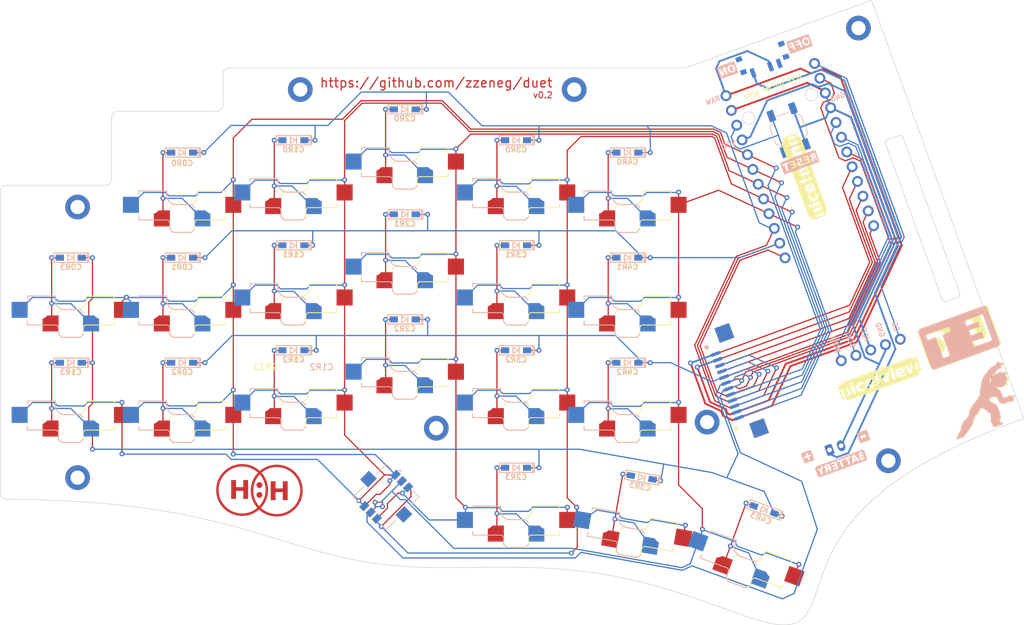
<source format=kicad_pcb>
(kicad_pcb (version 20221018) (generator pcbnew)
  (layers (0 "F.Cu" signal) (31 "B.Cu" signal) (34 "B.Paste" user) (35 "F.Paste" user) (36 "B.SilkS" user "B.Silkscreen") (37 "F.SilkS" user "F.Silkscreen") (38 "B.Mask" user) (39 "F.Mask" user) (44 "Edge.Cuts" user))
  (net 0 "")
  (net 1 "Net-(D20-A)")
  (net 2 "MOSI")
  (net 3 "GND")
  (net 4 "Net-(D1-A)")
  (net 5 "Net-(D2-A)")
  (net 6 "SCK")
  (net 7 "Net-(D3-A)")
  (net 8 "col4_r")
  (net 9 "Net-(D4-A)")
  (net 10 "Net-(D5-A)")
  (net 11 "row0")
  (net 12 "Net-(D6-A)")
  (net 13 "Net-(D7-A)")
  (net 14 "Net-(D8-A)")
  (net 15 "Net-(D9-A)")
  (net 16 "Net-(D10-A)")
  (net 17 "Net-(D11-A)")
  (net 18 "row1")
  (net 19 "row2")
  (net 20 "row3")
  (net 21 "Net-(D12-A)")
  (net 22 "Net-(D13-A)")
  (net 23 "Net-(D14-A)")
  (net 24 "Net-(D15-A)")
  (net 25 "col1")
  (net 26 "col0")
  (net 27 "col2")
  (net 28 "col3")
  (net 29 "col4")
  (net 30 "Net-(D16-A)")
  (net 31 "Net-(D17-A)")
  (net 32 "Net-(D18-A)")
  (net 33 "Net-(D19-A)")
  (net 34 "row4")
  (net 35 "col3_r")
  (net 36 "col2_r")
  (net 37 "col1_r")
  (net 38 "col0_r")
  (net 39 "BATIN")
  (net 40 "BAT")
  (net 41 "+3.3V")
  (net 42 "CS")
  (net 43 "RST")
  (footprint "zzkeeb:Connector_FFC-12pin-1mm-horizontal" (layer "F.Cu") (at 155.046478 91.53967 110)
    (fp_text reference "J9" hide)
    (fp_text value "Conn_01x12_Socket")
  )
  (footprint "zzkeeb:Switch_ChocV1-hotswap-reversible" (layer "F.Cu") (at 139.000001 111.499994 -10)
    (fp_text reference "SW19" hide)
    (fp_text value "Switch" hide)
  )
  (footprint "zzkeeb:Switch_ChocV1-hotswap-reversible" (layer "F.Cu") (at 47.500002 93.000002)
    (fp_text reference "SW17" hide)
    (fp_text value "Switch" hide)
  )
  (footprint "zzkeeb:Hole_M2-TH" (layer "F.Cu") (at 150.39638 97.91455 18)
    (fp_text reference "H7" hide)
    (fp_text value "MountingHole" hide)
  )
  (footprint "zzkeeb:Switch_ChocV1-hotswap-reversible" (layer "F.Cu") (at 65.500004 92.999993)
    (fp_text reference "SW11" hide)
    (fp_text value "Switch" hide)
  )
  (footprint "zzkeeb:Switch_ChocV1-hotswap-reversible" (layer "F.Cu") (at 119.499999 56.999996)
    (fp_text reference "SW4" hide)
    (fp_text value "Switch" hide)
  )
  (footprint "zzkeeb:Switch_ChocV1-hotswap-reversible" (layer "F.Cu") (at 83.500009 56.999994)
    (fp_text reference "SW2" hide)
    (fp_text value "Switch" hide)
  )
  (footprint "zzkeeb:Switch_ChocV1-hotswap-reversible" (layer "F.Cu") (at 101.500007 86.000002)
    (fp_text reference "SW13" hide)
    (fp_text value "Switch" hide)
  )
  (footprint "zzkeeb:Switch_ChocV1-hotswap-reversible" (layer "F.Cu") (at 101.5 52)
    (fp_text reference "SW3" hide)
    (fp_text value "Switch" hide)
  )
  (footprint "zzkeeb:Switch_ChocV1-hotswap-reversible" (layer "F.Cu") (at 137.500007 92.999997)
    (fp_text reference "SW15" hide)
    (fp_text value "Switch" hide)
  )
  (footprint "zzkeeb:Switch_ChocV1-hotswap-reversible" (layer "F.Cu") (at 47.500008 75.999997)
    (fp_text reference "SW16" hide)
    (fp_text value "Switch" hide)
  )
  (footprint "zzkeeb:Switch_ChocV1-hotswap-reversible" (layer "F.Cu") (at 119.500006 90.999996)
    (fp_text reference "SW14" hide)
    (fp_text value "Switch" hide)
  )
  (footprint "zzkeeb:Hole_M2-TH" (layer "F.Cu") (at 106.600001 98.897992 18)
    (fp_text reference "H6" hide)
    (fp_text value "MountingHole" hide)
  )
  (footprint "zzkeeb:Button_5way-SKRHABE010" (layer "F.Cu") (at 98.5 110 90)
    (fp_text reference "S1" hide)
    (fp_text value "Button_5way-SKRHABE010" hide)
  )
  (footprint "zzkeeb:Switch_ChocV1-hotswap-reversible" (layer "F.Cu") (at 119.500004 73.999989)
    (fp_text reference "SW9" hide)
    (fp_text value "Switch" hide)
  )
  (footprint "zzkeeb:Hole_M2-TH" (layer "F.Cu") (at 48.601503 106.899928 18)
    (fp_text reference "H5" hide)
    (fp_text value "MountingHole" hide)
  )
  (footprint "zzkeeb:Switch_ChocV1-hotswap-reversible" (layer "F.Cu") (at 158.000007 116.5 -20)
    (fp_text reference "SW20" hide)
    (fp_text value "Switch" hide)
  )
  (footprint "zzkeeb:Switch_ChocV1-hotswap-reversible" (layer "F.Cu") (at 65.500006 75.999989)
    (fp_text reference "SW6" hide)
    (fp_text value "Switch" hide)
  )
  (footprint "zzkeeb:Hole_M2-TH" (layer "F.Cu") (at 128.9 44.1 18)
    (fp_text reference "H3" hide)
    (fp_text value "MountingHole" hide)
  )
  (footprint "zzkeeb:Switch_ChocV1-hotswap-reversible" (layer "F.Cu") (at 137.500008 58.999995)
    (fp_text reference "SW5" hide)
    (fp_text value "Switch" hide)
  )
  (footprint "zzkeeb:Logo_fusion-dance-left" (layer "F.Cu") (at 193.877889 94.433039 18)
    (fp_text reference "G***" hide)
    (fp_text value "LOGO" hide)
  )
  (footprint "zzkeeb:Switch_ChocV1-hotswap-reversible" (layer "F.Cu") (at 119.5 110)
    (fp_text reference "SW18" hide)
    (fp_text value "Switch" hide)
  )
  (footprint "zzkeeb:Switch_ChocV1-hotswap-reversible" (layer "F.Cu") (at 137.500007 75.999998)
    (fp_text reference "SW10" hide)
    (fp_text value "Switch" hide)
  )
  (footprint "zzkeeb:Hole_M2-TH" (layer "F.Cu") (at 174.863473 34.150893 18)
    (fp_text reference "H4" hide)
    (fp_text value "MountingHole" hide)
  )
  (footprint "zzkeeb:Switch_ChocV1-hotswap-reversible" (layer "F.Cu") (at 65.500001 58.999997)
    (fp_text reference "SW1" hide)
    (fp_text value "Switch" hide)
  )
  (footprint "zzkeeb:Switch_ChocV1-hotswap-reversible" (layer "F.Cu") (at 83.500007 91.000002)
    (fp_text reference "SW12" hide)
    (fp_text value "Switch" hide)
  )
  (footprint "zzkeeb:Hole_M2-TH" (layer "F.Cu") (at 84.607457 44.099822 18)
    (fp_text reference "H2" hide)
    (fp_text value "MountingHole" hide)
  )
  (footprint "zzkeeb:Switch_ChocV1-hotswap-reversible" (layer "F.Cu") (at 83.500011 73.999995)
    (fp_text reference "SW7" hide)
    (fp_text value "Switch" hide)
  )
  (footprint "zzkeeb:Switch_ChocV1-hotswap-reversible" (layer "F.Cu") (at 101.500006 68.999998)
    (fp_text reference "SW8" hide)
    (fp_text value "Switch" hide)
  )
  (footprint "zzkeeb:Hole_M2-TH" (layer "F.Cu") (at 48.598742 63.107423 18)
    (fp_text reference "H1" hide)
    (fp_text value "MountingHole" hide)
  )
  (footprint "zzkeeb:Display_nice-view" (layer "F.Cu") (at 171.213342 70.756925 20)
    (fp_text reference "J4")
    (fp_text value "Display_nice-view" hide)
  )
  (footprint "zzkeeb:Hole_M2-TH" (layer "F.Cu") (at 179.702693 104.168352 18)
    (fp_text reference "H8" hide)
    (fp_text value "MountingHole" hide)
  )
  (footprint "zzkeeb:Diode_1N4148-SOD123-reversible-flip3d" (layer "B.Cu") (at 119.500006 69.299999 180)
    (fp_text reference "D9" hide)
    (fp_text value "D" hide)
  )
  (footprint "zzkeeb:Button_5way-SKRHABE010" (layer "B.Cu") (at 98.5 110 180)
    (fp_text reference "S2" hide)
    (fp_text value "Button_5way-SKRHABE010" hide)
  )
  (footprint "zzkeeb:Diode_1N4148-SOD123-reversible-flip3d" (layer "B.Cu") (at 83.500005 86.300003 180)
    (fp_text reference "D12" hide)
    (fp_text value "D" hide)
  )
  (footprint "zzkeeb:Diode_1N4148-SOD123-reversible-flip3d" (layer "B.Cu") (at 65.500005 54.299995 180)
    (fp_text reference "D1" hide)
    (fp_text value "D" hide)
  )
  (footprint "zzkeeb:Diode_1N4148-SOD123-reversible-flip3d" (layer "B.Cu") (at 139.81615 106.871406 170)
    (fp_text reference "D19" hide)
    (fp_text value "D" hide)
  )
  (footprint "zzkeeb:Diode_1N4148-SOD123-reversible-flip3d" (layer "B.Cu") (at 101.500003 81.299997 180)
    (fp_text reference "D13" hide)
    (fp_text value "D" hide)
  )
  (footprint "zzkeeb:Diode_1N4148-SOD123-reversible-flip3d" (layer "B.Cu") (at 101.500008 47.299995 180)
    (fp_text reference "D3" hide)
    (fp_text value "D" hide)
  )
  (footprint "zzkeeb:Diode_1N4148-SOD123-reversible-flip3d" (layer "B.Cu") (at 119.500007 86.299992 180)
    (fp_text reference "D14" hide)
    (fp_text value "D" hide)
  )
  (footprint "zzkeeb:Diode_1N4148-SOD123-reversible-flip3d" (layer "B.Cu") (at 137.500006 71.300003 180)
    (fp_text reference "D10" hide)
    (fp_text value "D" hide)
  )
  (footprint "zzkeeb:Switch_SPDT-PCM12" (layer "B.Cu") (at 159.442979 39.295255 20)
    (fp_text reference "SW22" hide)
    (fp_text value "SW_SPDT" hide)
  )
  (footprint "zzkeeb:Logo_fusion-dance-right" (layer "B.Cu") (at 193.877889 94.433039 -162)
    (fp_text reference "G***" hide)
    (fp_text value "LOGO" hide)
  )
  (footprint "zzkeeb:Connector_JST-1x02-2.00mm" (layer "B.Cu") (at 170.180361 102.419726 20)
    (fp_text reference "J2" hide)
    (fp_text value "Conn_01x02_Socket" hide)
  )
  (footprint "zzkeeb:Diode_1N4148-SOD123-reversible-flip3d" (layer "B.Cu") (at 159.607499 112.083442 160)
    (fp_text reference "D20" hide)
    (fp_text value "D" hide)
  )
  (footprint "zzkeeb:Diode_1N4148-SOD123-reversible-flip3d" (layer "B.Cu") (at 119.5 52.300003 180)
    (fp_text reference "D4" hide)
    (fp_text value "D" hide)
  )
  (footprint "zzkeeb:Diode_1N4148-SOD123-reversible-flip3d" (layer "B.Cu") (at 65.500001 88.299996 180)
    (fp_text reference "D11" hide)
    (fp_text value "D" hide)
  )
  (footprint "zzkeeb:Diode_1N4148-SOD123-reversible-flip3d" (layer "B.Cu") (at 83.500009 69.3 180)
    (fp_text reference "D7" hide)
    (fp_text value "D" hide)
  )
  (footprint "zzkeeb:MCU_nice-nano" (layer "B.Cu") (at 164.946083 54.41491 -160)
    (fp_text reference "J1" hide)
    (fp_text value "N!N" hide)
  )
  (footprint "zzkeeb:Connector_FFC-12pin-1mm-horizontal" (layer "B.Cu") (at 155.046478 91.53967 -70)
    (fp_text reference "J8" hide)
    (fp_text value "Conn_01x12_Socket")
  )
  (footprint "zzkeeb:Diode_1N4148-SOD123-reversible-flip3d" (layer "B.Cu") (at 137.500009 54.299998 180)
    (fp_text reference "D5" hide)
    (fp_text value "D" hide)
  )
  (footprint "zzkeeb:Diode_1N4148-SOD123-reversible-flip3d" (layer "B.Cu") (at 137.500011 88.299996 180)
    (fp_text reference "D15" hide)
    (fp_text value "D" hide)
  )
  (footprint "zzkeeb:Button_SW_SPST_SKQG_WithoutStem" (layer "B.Cu") (at 163.578001 50.656139 -70)
    (fp_text reference "SW21" hide)
    (fp_text value "SW_Push")
  )
  (footprint "zzkeeb:Diode_1N4148-SOD123-reversible-flip3d" (layer "B.Cu") (at 101.500005 64.299994 180)
    (fp_text reference "D8" hide)
    (fp_text value "D" hide)
  )
  (footprint "zzkeeb:Diode_1N4148-SOD123-reversible-flip3d" (layer "B.Cu") (at 83.500004 52.299999 180)
    (fp_text reference "D2" hide)
    (fp_text value "D" hide)
  )
  (footprint "zzkeeb:Diode_1N4148-SOD123-reversible-flip3d" (layer "B.Cu") (at 47.500007 71.299997 180)
    (fp_text reference "D16" hide)
    (fp_text value "D" hide)
  )
  (footprint "zzkeeb:Diode_1N4148-SOD123-reversible-flip3d" (layer "B.Cu") (at 119.500009 105.299993 180)
    (fp_text reference "D18" hide)
    (fp_text value "D" hide)
  )
  (footprint "zzkeeb:Diode_1N4148-SOD123-reversible-flip3d" (layer "B.Cu") (at 47.500009 88.3 180)
    (fp_text reference "D17" hide)
    (fp_text value "D" hide)
  )
  (footprint "zzkeeb:Diode_1N4148-SOD123-reversible-flip3d" (layer "B.Cu") (at 65.500002 71.299997 180)
    (fp_text reference "D6" hide)
    (fp_text value "D" hide)
  )
  (gr_circle (center 75.199999 108.900003) (end 79.200002 108.9) (stroke (width 0.4)) (fill none) (layer "F.Cu"))
  (gr_circle (center 78.000005 108.099999) (end 78.400001 108.099999) (stroke (width 0.15)) (fill solid) (layer "F.Cu"))
  (gr_circle (center 78.000001 109.699999) (end 78.400006 109.700002) (stroke (width 0.15)) (fill solid) (layer "F.Cu"))
  (gr_circle (center 80.800006 109.000002) (end 84.800003 109.000005) (stroke (width 0.4)) (fill none) (layer "F.Cu"))
  (gr_poly (pts (xy 152.041205 40.595208) (xy 154.672345 39.637551) (xy 155.287983 41.328998) (xy 152.640553 42.241901)) (stroke (width 0.25)) (fill none) (layer "B.SilkS"))
  (gr_poly (pts (xy 175.182152 100.812058) (xy 176.403752 100.367432) (xy 176.506358 100.64934) (xy 175.284757 101.093966)) (stroke (width 0.15)) (fill solid) (layer "B.SilkS"))
  (gr_poly (pts (xy 163.933153 38.182413) (xy 167.316047 36.95114) (xy 166.70041 35.259693) (xy 163.317517 36.490966)) (stroke (width 0.25)) (fill none) (layer "B.SilkS"))
  (gr_poly (pts (xy 187.084122 88.924435) (xy 197.232802 85.230616) (xy 195.18068 79.592461) (xy 185.032 83.286278)) (stroke (width 1)) (fill none) (layer "B.SilkS"))
  (gr_poly (pts (xy 174.71196 99.812599) (xy 176.121498 99.299568) (xy 176.634529 100.709107) (xy 175.22499 101.222137)) (stroke (width 0.25)) (fill none) (layer "B.SilkS"))
  (gr_poly (pts (xy 174.80593 99.778397) (xy 176.02753 99.33377) (xy 176.130137 99.615678) (xy 174.908535 100.060304)) (stroke (width 0.15)) (fill solid) (layer "B.SilkS"))
  (gr_poly (pts (xy 162.332215 56.004786) (xy 167.782433 54.021069) (xy 168.398069 55.712516) (xy 162.947853 57.696232)) (stroke (width 0.25)) (fill none) (layer "B.SilkS"))
  (gr_poly (pts (xy 165.69091 103.095992) (xy 167.10045 102.582963) (xy 167.61348 103.992501) (xy 166.203941 104.505531)) (stroke (width 0.2)) (fill none) (layer "B.SilkS"))
  (gr_poly (pts (xy 168.10509 105.197) (xy 175.528663 102.495041) (xy 176.075895 103.998549) (xy 168.652324 106.700509)) (stroke (width 0.25)) (fill none) (layer "B.SilkS"))
  (gr_poly (pts (xy 167.025149 64.512805) (xy 162.69013 52.894818) (xy 165.321268 51.937162) (xy 169.562318 63.58935)) (stroke (width 0.5)) (fill none) (layer "F.SilkS"))
  (gr_poly (pts (xy 172.355821 91.731069) (xy 183.444195 87.695232) (xy 184.333447 90.138433) (xy 173.245074 94.17427)) (stroke (width 0.5)) (fill none) (layer "F.SilkS"))
  (gr_poly (pts (xy 185.032 83.286278) (xy 195.368619 79.524056) (xy 197.420741 85.162212) (xy 187.084122 88.924435)) (stroke (width 1)) (fill none) (layer "F.SilkS"))
  (gr_line (start 181.427922 51.551501) (end 179.548536 52.235538) (stroke (width 0.1)) (layer "Edge.Cuts"))
  (gr_arc (start 191.234948 77.034184) (mid 191.216246 77.420772) (end 190.927217 77.67818) (stroke (width 0.1)) (layer "Edge.Cuts"))
  (gr_curve (pts (xy 164.553555 130.457011) (xy 164.014065 130.648445) (xy 163.440545 130.722378) (xy 162.869973 130.727892)) (stroke (width 0.1)) (layer "Edge.Cuts"))
  (gr_arc (start 179.249702 52.876395) (mid 179.266402 52.494091) (end 179.548536 52.235538) (stroke (width 0.1)) (layer "Edge.Cuts"))
  (gr_arc (start 54.1 58.6) (mid 53.807107 59.307108) (end 53.1 59.6) (stroke (width 0.1)) (layer "Edge.Cuts"))
  (gr_curve (pts (xy 36.388269 110.104482) (xy 36.479738 110.197161) (xy 36.588436 110.271086) (xy 36.708242 110.322099)) (stroke (width 0.1)) (layer "Edge.Cuts"))
  (gr_curve (pts (xy 70.340371 113.897953) (xy 61.593471 111.806073) (xy 51.547432 110.461035) (xy 37.095917 110.402022)) (stroke (width 0.1)) (layer "Edge.Cuts"))
  (gr_arc (start 189.056698 78.358994) (mid 188.674379 78.342293) (end 188.41584 78.060158) (stroke (width 0.1)) (layer "Edge.Cuts"))
  (gr_line (start 146.9 40.6) (end 176.970164 29.655357) (stroke (width 0.1)) (layer "Edge.Cuts"))
  (gr_curve (pts (xy 201.595614 97.313224) (xy 196.42727 99.193739) (xy 191.015167 101.461891) (xy 186.189906 104.165389)) (stroke (width 0.1)) (layer "Edge.Cuts"))
  (gr_arc (start 54.1 48.6) (mid 54.392893 47.892893) (end 55.100001 47.6) (stroke (width 0.1)) (layer "Edge.Cuts"))
  (gr_curve (pts (xy 176.493481 111.09948) (xy 173.247974 114.18205) (xy 171.369263 117.160677) (xy 170.113158 119.897689)) (stroke (width 0.1)) (layer "Edge.Cuts"))
  (gr_curve (pts (xy 91.166367 119.733361) (xy 84.40893 118.184373) (xy 78.506628 115.850969) (xy 70.340371 113.897953)) (stroke (width 0.1)) (layer "Edge.Cuts"))
  (gr_circle (center 167.263149 44.935093) (end 168.263149 44.935091) (stroke (width 0.1)) (fill none) (layer "Edge.Cuts"))
  (gr_curve (pts (xy 129.316628 121.95301) (xy 122.340998 121.197383) (xy 116.065575 121.421973) (xy 110.1 121.4641)) (stroke (width 0.1)) (layer "Edge.Cuts"))
  (gr_line (start 183.231172 55.043987) (end 182.068778 51.850335) (stroke (width 0.1)) (layer "Edge.Cuts"))
  (gr_curve (pts (xy 159.619763 130.245756) (xy 156.464544 129.436843) (xy 152.359344 127.723029) (xy 147.323767 126.034832)) (stroke (width 0.1)) (layer "Edge.Cuts"))
  (gr_line (start 37.1 59.6) (end 53.1 59.6) (stroke (width 0.1)) (layer "Edge.Cuts"))
  (gr_curve (pts (xy 165.84127 129.686933) (xy 165.461933 130.031504) (xy 165.035925 130.285845) (xy 164.553555 130.457011)) (stroke (width 0.1)) (layer "Edge.Cuts"))
  (gr_curve (pts (xy 186.189906 104.165389) (xy 182.756542 106.089033) (xy 179.361268 108.375663) (xy 176.493481 111.09948)) (stroke (width 0.1)) (layer "Edge.Cuts"))
  (gr_curve (pts (xy 36.708242 110.322099) (xy 36.830848 110.374305) (xy 36.962661 110.401477) (xy 37.095917 110.402022)) (stroke (width 0.1)) (layer "Edge.Cuts"))
  (gr_curve (pts (xy 147.323767 126.034832) (xy 141.657932 124.135341) (xy 136.067163 122.684252) (xy 129.316628 121.95301)) (stroke (width 0.1)) (layer "Edge.Cuts"))
  (gr_line (start 189.056698 78.358994) (end 190.927217 77.67818) (stroke (width 0.1)) (layer "Edge.Cuts"))
  (gr_line (start 184.528908 50.422832) (end 194.037068 76.546288) (stroke (width 0.1)) (layer "Edge.Cuts"))
  (gr_circle (center 157.111716 48.698401) (end 158.111715 48.698401) (stroke (width 0.1)) (fill none) (layer "Edge.Cuts"))
  (gr_line (start 54.1 58.6) (end 54.1 48.6) (stroke (width 0.1)) (layer "Edge.Cuts"))
  (gr_line (start 36.1 109.40203) (end 36.100002 60.6) (stroke (width 0.1)) (layer "Edge.Cuts"))
  (gr_line (start 191.234948 77.034184) (end 183.231172 55.043987) (stroke (width 0.1)) (layer "Edge.Cuts"))
  (gr_curve (pts (xy 36.174871 109.78168) (xy 36.224306 109.902147) (xy 36.296799 110.011804) (xy 36.388269 110.104482)) (stroke (width 0.1)) (layer "Edge.Cuts"))
  (gr_arc (start 72.1 41.6) (mid 72.392893 40.892893) (end 73.1 40.6) (stroke (width 0.1)) (layer "Edge.Cuts"))
  (gr_curve (pts (xy 166.979608 128.144267) (xy 166.664625 128.745696) (xy 166.300033 129.270214) (xy 165.84127 129.686933)) (stroke (width 0.1)) (layer "Edge.Cuts"))
  (gr_curve (pts (xy 36.1 109.40203) (xy 36.1 109.532245) (xy 36.125434 109.661215) (xy 36.174871 109.78168)) (stroke (width 0.1)) (layer "Edge.Cuts"))
  (gr_line (start 194.037068 76.546288) (end 201.595614 97.313224) (stroke (width 0.1)) (layer "Edge.Cuts"))
  (gr_line (start 179.249702 52.876395) (end 188.41584 78.060158) (stroke (width 0.1)) (layer "Edge.Cuts"))
  (gr_line (start 176.970164 29.655357) (end 184.528908 50.422832) (stroke (width 0.1)) (layer "Edge.Cuts"))
  (gr_arc (start 72.1 46.6) (mid 71.807108 47.307107) (end 71.100001 47.6) (stroke (width 0.1)) (layer "Edge.Cuts"))
  (gr_curve (pts (xy 110.1 121.4641) (xy 103.492968 121.51076) (xy 98.123312 121.328082) (xy 91.166367 119.733361)) (stroke (width 0.1)) (layer "Edge.Cuts"))
  (gr_arc (start 181.427922 51.551501) (mid 181.810238 51.568194) (end 182.068778 51.850335) (stroke (width 0.1)) (layer "Edge.Cuts"))
  (gr_line (start 73.1 40.6) (end 146.9 40.6) (stroke (width 0.1)) (layer "Edge.Cuts"))
  (gr_curve (pts (xy 162.869973 130.727892) (xy 161.924503 130.737029) (xy 160.845455 130.559989) (xy 159.619763 130.245756)) (stroke (width 0.1)) (layer "Edge.Cuts"))
  (gr_arc (start 36.100002 60.6) (mid 36.392895 59.892896) (end 37.1 59.6) (stroke (width 0.1)) (layer "Edge.Cuts"))
  (gr_line (start 72.1 46.6) (end 72.1 41.6) (stroke (width 0.1)) (layer "Edge.Cuts"))
  (gr_line (start 55.100001 47.6) (end 71.100001 47.6) (stroke (width 0.1)) (layer "Edge.Cuts"))
  (gr_curve (pts (xy 170.113158 119.897689) (xy 168.56375 123.273806) (xy 168.011592 126.173805) (xy 166.979608 128.144267)) (stroke (width 0.1)) (layer "Edge.Cuts"))
  (gr_text "H" (at 74.800001 109.100002) (layer "F.Cu") (effects (font (size 3 3) (thickness 0.44) bold)))
  (gr_text "https://github.com/zzeneg/duet" (at 125.500002 42.999999) (layer "F.Cu") (effects (font (size 1.5 1.5) (thickness 0.2)) (justify right)))
  (gr_text "v0.2" (at 125.500001 44.999999) (layer "F.Cu") (effects (font (size 1 1)) (justify right)))
  (gr_text "H" (at 81.200001 109.299995) (layer "F.Cu") (effects (font (size 3 3) (thickness 0.44) bold)))
  (gr_text "RESET" (at 165.493314 55.918419 20) (layer "B.SilkS" knockout) (effects (font (size 1.2 1.2) (thickness 0.2) bold) (justify mirror)))
  (gr_text "+" (at 166.682079 103.480161 20) (layer "B.SilkS" knockout) (effects (font (size 1.5 1.5) (thickness 0.2) bold) (justify mirror)))
  (gr_text "BATTERY" (at 172.171681 104.674642 20) (layer "B.SilkS" knockout) (effects (font (size 1.2 1.2) (thickness 0.2) bold) (justify mirror)))
  (gr_text "-" (at 175.656143 100.213868 20) (layer "B.SilkS" knockout) (effects (font (size 2.1 2.1) (thickness 0.2) bold) (justify mirror)))
  (gr_text " ON \n" (at 153.698795 41.056072 20) (layer "B.SilkS" knockout) (effects (font (size 1.2 1.2) (thickness 0.2) bold) (justify mirror)))
  (gr_text "E T" (at 191.47089 84.562925 20) (layer "B.SilkS" knockout) (effects (font (size 4.4 4.4) (thickness 0.3) bold) (justify mirror)))
  (gr_text "OFF\n" (at 165.350985 36.815023 20) (layer "B.SilkS" knockout) (effects (font (size 1.2 1.2) (thickness 0.2) bold) (justify mirror)))
  (gr_text " nice!nano " (at 166.314163 58.17368 110) (layer "F.SilkS" knockout) (effects (font (size 1.8 1.8) (thickness 0.3) bold)))
  (gr_text "D U" (at 191.316508 84.723526 20) (layer "F.SilkS" knockout) (effects (font (size 4.4 4.4) (thickness 0.3) bold)))
  (gr_text "nice!view" (at 178.284868 91.062921 20) (layer "F.SilkS" knockout) (effects (font (size 1.8 1.8) (thickness 0.3) bold)))
  (gr_text "chip facing PCB" (at 161.01285 43.608445 20) (layer "F.SilkS") (effects (font (size 0.8 0.8))))
  (segment (start 154.163498 117.976907) (end 153.11179 120.866457) (width 0.2) (layer "F.Cu") (net 1))
  (segment (start 153.11179 120.866457) (end 152.887488 120.971055) (width 0.2) (layer "F.Cu") (net 1))
  (segment (start 156.694446 111.023183) (end 154.163498 117.976907) (width 0.2) (layer "F.Cu") (net 1))
  (segment (start 157.939541 111.476359) (end 156.694446 111.023183) (width 0.2) (layer "F.Cu") (net 1))
  (via (at 156.694446 111.023183) (size 0.8) (drill 0.4) (layers "F.Cu" "B.Cu") (net 1))
  (via (at 154.163498 117.976907) (size 0.8) (drill 0.4) (layers "F.Cu" "B.Cu") (net 1))
  (segment (start 157.117455 119.099321) (end 154.180918 118.030513) (width 0.2) (layer "B.Cu") (net 1))
  (segment (start 159.05989 123.264888) (end 157.117455 119.099321) (width 0.2) (layer "B.Cu") (net 1))
  (segment (start 157.956962 111.529961) (end 156.711864 111.076785) (width 0.2) (layer "B.Cu") (net 1))
  (segment (start 170.99449 52.905185) (end 171.827604 53.293672) (width 0.2) (layer "B.Cu") (net 2))
  (segment (start 170.389113 51.241931) (end 170.99449 52.905185) (width 0.2) (layer "B.Cu") (net 2))
  (segment (start 179.73898 67.866683) (end 171.323751 85.913198) (width 0.2) (layer "B.Cu") (net 2))
  (segment (start 171.237809 49.421897) (end 170.389113 51.241931) (width 0.2) (layer "B.Cu") (net 2))
  (segment (start 174.453294 53.344378) (end 179.73898 67.866683) (width 0.2) (layer "B.Cu") (net 2))
  (segment (start 171.323751 85.913198) (end 172.076195 87.980522) (width 0.2) (layer "B.Cu") (net 2))
  (segment (start 173.241194 52.779167) (end 174.453294 53.344378) (width 0.2) (layer "B.Cu") (net 2))
  (segment (start 171.827604 53.293672) (end 173.241194 52.779167) (width 0.2) (layer "B.Cu") (net 2))
  (segment (start 166.583085 43.007043) (end 169.377218 44.309969) (width 0.3) (layer "F.Cu") (net 3))
  (segment (start 174.182985 84.468135) (end 181.234897 69.345258) (width 0.3) (layer "F.Cu") (net 3))
  (segment (start 154.055079 96.689311) (end 155.17603 96.281317) (width 0.3) (layer "F.Cu") (net 3))
  (segment (start 153.661456 96.505762) (end 154.055079 96.689311) (width 0.3) (layer "F.Cu") (net 3))
  (segment (start 181.234897 69.345258) (end 173.675895 48.577073) (width 0.3) (layer "F.Cu") (net 3))
  (segment (start 154.310699 47.473827) (end 166.583085 43.007043) (width 0.3) (layer "F.Cu") (net 3))
  (segment (start 153.424471 95.854655) (end 153.661456 96.505762) (width 0.3) (layer "F.Cu") (net 3))
  (segment (start 173.675895 48.577073) (end 170.369077 47.035078) (width 0.3) (layer "F.Cu") (net 3))
  (segment (start 148.806683 89.014996) (end 150.861046 94.659311) (width 0.3) (layer "F.Cu") (net 3))
  (segment (start 163.093634 88.504328) (end 174.182985 84.468135) (width 0.3) (layer "F.Cu") (net 3))
  (segment (start 169.377218 44.309969) (end 169.500346 44.648259) (width 0.3) (layer "F.Cu") (net 3))
  (segment (start 160.344339 94.400208) (end 163.093634 88.504328) (width 0.3) (layer "F.Cu") (net 3))
  (segment (start 150.861046 94.659311) (end 153.424471 95.854655) (width 0.3) (layer "F.Cu") (net 3))
  (segment (start 155.17603 96.281317) (end 160.344339 94.400208) (width 0.3) (layer "F.Cu") (net 3))
  (via (at 148.806683 89.014996) (size 0.8) (drill 0.4) (layers "F.Cu" "B.Cu") (net 3))
  (segment (start 178.215774 88.534044) (end 175.90869 87.458233) (width 0.3) (layer "B.Cu") (net 3))
  (segment (start 180.669873 67.939058) (end 173.611811 48.547189) (width 0.3) (layer "B.Cu") (net 3))
  (segment (start 169.604056 48.67567) (end 165.384836 50.21134) (width 0.3) (layer "B.Cu") (net 3))
  (segment (start 152.089448 87.820167) (end 152.09785 87.824085) (width 0.3) (layer "B.Cu") (net 3))
  (segment (start 164.256171 47.110355) (end 166.376695 52.936449) (width 0.3) (layer "B.Cu") (net 3))
  (segment (start 170.369077 47.035078) (end 169.604056 48.67567) (width 0.3) (layer "B.Cu") (net 3))
  (segment (start 173.611811 48.547189) (end 170.369077 47.035078) (width 0.3) (layer "B.Cu") (net 3))
  (segment (start 169.500346 44.648259) (end 170.369077 47.035078) (width 0.3) (layer "B.Cu") (net 3))
  (segment (start 174.005825 82.230156) (end 180.669873 67.939058) (width 0.3) (layer "B.Cu") (net 3))
  (segment (start 175.90869 87.458233) (end 174.005825 82.230156) (width 0.3) (layer "B.Cu") (net 3))
  (segment (start 172.059749 101.735684) (end 179.435026 85.919349) (width 0.3) (layer "B.Cu") (net 3))
  (segment (start 148.806683 89.014996) (end 152.089448 87.820167) (width 0.3) (layer "B.Cu") (net 3))
  (segment (start 179.435026 85.919349) (end 179.236653 85.374328) (width 0.3) (layer "B.Cu") (net 3))
  (segment (start 63.725009 54.300003) (end 62.400009 54.300001) (width 0.2) (layer "F.Cu") (net 4))
  (segment (start 62.400012 64.775001) (end 62.40001 61.699996) (width 0.2) (layer "F.Cu") (net 4))
  (segment (start 62.40001 61.699996) (end 62.400009 54.300001) (width 0.2) (layer "F.Cu") (net 4))
  (segment (start 62.225011 64.949998) (end 62.400012 64.775001) (width 0.2) (layer "F.Cu") (net 4))
  (via (at 62.40001 61.699996) (size 0.8) (drill 0.4) (layers "F.Cu" "B.Cu") (net 4))
  (via (at 62.400009 54.300001) (size 0.8) (drill 0.4) (layers "F.Cu" "B.Cu") (net 4))
  (segment (start 68.792421 65.003604) (end 65.488817 61.7) (width 0.2) (layer "B.Cu") (net 4))
  (segment (start 62.417426 54.3536) (end 63.742429 54.353604) (width 0.2) (layer "B.Cu") (net 4))
  (segment (start 65.488817 61.7) (end 62.400014 61.7) (width 0.2) (layer "B.Cu") (net 4))
  (segment (start 62.400014 61.7) (end 62.40001 61.699996) (width 0.2) (layer "B.Cu") (net 4))
  (segment (start 80.400006 59.700001) (end 80.400006 62.774998) (width 0.2) (layer "F.Cu") (net 5))
  (segment (start 80.400006 62.774998) (end 80.225006 62.949995) (width 0.2) (layer "F.Cu") (net 5))
  (segment (start 80.400006 59.699989) (end 80.400006 52.299998) (width 0.2) (layer "F.Cu") (net 5))
  (segment (start 81.725006 52.300001) (end 80.400006 52.299998) (width 0.2) (layer "F.Cu") (net 5))
  (via (at 80.4 59.699995) (size 0.8) (drill 0.4) (layers "F.Cu" "B.Cu") (net 5))
  (via (at 80.400006 52.299998) (size 0.8) (drill 0.4) (layers "F.Cu" "B.Cu") (net 5))
  (segment (start 86.56828 63.003606) (end 83.264669 59.699995) (width 0.2) (layer "B.Cu") (net 5))
  (segment (start 83.264669 59.699995) (end 80.4 59.699995) (width 0.2) (layer "B.Cu") (net 5))
  (segment (start 80.417423 52.353604) (end 81.742424 52.353602) (width 0.2) (layer "B.Cu") (net 5))
  (segment (start 86.792423 63.003603) (end 86.56828 63.003606) (width 0.2) (layer "B.Cu") (net 5))
  (segment (start 173.047051 83.221464) (end 180.18326 67.917813) (width 0.2) (layer "B.Cu") (net 6))
  (segment (start 174.463016 87.111791) (end 173.047051 83.221464) (width 0.2) (layer "B.Cu") (net 6))
  (segment (start 174.772503 53.051876) (end 172.106541 51.808717) (width 0.2) (layer "B.Cu") (net 6))
  (segment (start 180.18326 67.917813) (end 174.772503 53.051876) (width 0.2) (layer "B.Cu") (net 6))
  (segment (start 98.400002 47.300002) (end 99.725005 47.300002) (width 0.2) (layer "F.Cu") (net 7))
  (segment (start 98.4 47.3) (end 98.4 54.699989) (width 0.2) (layer "F.Cu") (net 7))
  (segment (start 98.400011 57.774996) (end 98.225006 57.950003) (width 0.2) (layer "F.Cu") (net 7))
  (segment (start 98.4 47.3) (end 98.400002 47.300002) (width 0.2) (layer "F.Cu") (net 7))
  (segment (start 98.400011 54.7) (end 98.400011 57.774996) (width 0.2) (layer "F.Cu") (net 7))
  (segment (start 98.4 54.699989) (end 98.400011 54.7) (width 0.2) (layer "F.Cu") (net 7))
  (via (at 98.4 47.3) (size 0.8) (drill 0.4) (layers "F.Cu" "B.Cu") (net 7))
  (via (at 98.400011 54.7) (size 0.8) (drill 0.4) (layers "F.Cu" "B.Cu") (net 7))
  (segment (start 98.4 47.3) (end 99.688821 47.3) (width 0.2) (layer "B.Cu") (net 7))
  (segment (start 98.400011 54.7) (end 101.488823 54.7) (width 0.2) (layer "B.Cu") (net 7))
  (segment (start 101.488823 54.7) (end 104.792419 58.003596) (width 0.2) (layer "B.Cu") (net 7))
  (segment (start 99.688821 47.3) (end 99.742428 47.353607) (width 0.2) (layer "B.Cu") (net 7))
  (segment (start 151.755828 86.884392) (end 173.436012 78.99345) (width 0.2) (layer "F.Cu") (net 8))
  (segment (start 172.2781 59.940443) (end 173.844002 56.582355) (width 0.2) (layer "F.Cu") (net 8))
  (segment (start 176.680436 72.035762) (end 172.2781 59.940443) (width 0.2) (layer "F.Cu") (net 8))
  (segment (start 173.436012 78.99345) (end 176.680436 72.035762) (width 0.2) (layer "F.Cu") (net 8))
  (segment (start 116.400005 52.299997) (end 116.400005 52.299997) (width 0.2) (layer "F.Cu") (net 9))
  (segment (start 116.400009 62.774995) (end 116.225008 62.949998) (width 0.2) (layer "F.Cu") (net 9))
  (segment (start 116.400005 52.299997) (end 116.400006 59.699998) (width 0.2) (layer "F.Cu") (net 9))
  (segment (start 116.400006 59.699998) (end 116.400009 62.774995) (width 0.2) (layer "F.Cu") (net 9))
  (segment (start 117.725004 52.299999) (end 116.400005 52.299997) (width 0.2) (layer "F.Cu") (net 9))
  (via (at 116.400006 59.699998) (size 0.8) (drill 0.4) (layers "F.Cu" "B.Cu") (net 9))
  (via (at 116.400005 52.299997) (size 0.8) (drill 0.4) (layers "F.Cu" "B.Cu") (net 9))
  (segment (start 119.542422 59.753611) (end 122.792424 63.003597) (width 0.2) (layer "B.Cu") (net 9))
  (segment (start 116.417426 52.353603) (end 116.417426 52.353603) (width 0.2) (layer "B.Cu") (net 9))
  (segment (start 116.417422 59.753604) (end 119.542422 59.753611) (width 0.2) (layer "B.Cu") (net 9))
  (segment (start 117.742424 52.353606) (end 116.417426 52.353603) (width 0.2) (layer "B.Cu") (net 9))
  (segment (start 134.225007 64.949993) (end 134.400012 64.774997) (width 0.2) (layer "F.Cu") (net 10))
  (segment (start 135.725015 54.299998) (end 134.400007 54.3) (width 0.2) (layer "F.Cu") (net 10))
  (segment (start 134.400012 64.774997) (end 134.400005 61.699994) (width 0.2) (layer "F.Cu") (net 10))
  (segment (start 134.400005 61.699994) (end 134.400007 54.3) (width 0.2) (layer "F.Cu") (net 10))
  (via (at 134.400007 54.3) (size 0.8) (drill 0.4) (layers "F.Cu" "B.Cu") (net 10))
  (via (at 134.400005 61.699994) (size 0.8) (drill 0.4) (layers "F.Cu" "B.Cu") (net 10))
  (segment (start 134.400007 54.3) (end 135.688832 54.3) (width 0.2) (layer "B.Cu") (net 10))
  (segment (start 140.792423 65.003607) (end 137.48881 61.699994) (width 0.2) (layer "B.Cu") (net 10))
  (segment (start 137.48881 61.699994) (end 134.400005 61.699994) (width 0.2) (layer "B.Cu") (net 10))
  (segment (start 159.532473 93.631525) (end 154.83401 95.341625) (width 0.2) (layer "F.Cu") (net 11))
  (segment (start 104.999995 47.299995) (end 103.275008 47.299995) (width 0.2) (layer "F.Cu") (net 11))
  (segment (start 87 52.3) (end 86.999991 52.299991) (width 0.2) (layer "F.Cu") (net 11))
  (segment (start 123.199996 52.299996) (end 121.275009 52.299996) (width 0.2) (layer "F.Cu") (net 11))
  (segment (start 123.2 52.3) (end 123.199996 52.299996) (width 0.2) (layer "F.Cu") (net 11))
  (segment (start 159.981531 69.311247) (end 161.260548 66.568382) (width 0.2) (layer "F.Cu") (net 11))
  (segment (start 139.275008 54.299997) (end 141.199997 54.299997) (width 0.2) (layer "F.Cu") (net 11))
  (segment (start 154.082256 95.615241) (end 151.647002 94.479664) (width 0.2) (layer "F.Cu") (net 11))
  (segment (start 161.624328 89.145531) (end 159.532473 93.631525) (width 0.2) (layer "F.Cu") (net 11))
  (segment (start 148.382813 85.51138) (end 155.110306 71.084227) (width 0.2) (layer "F.Cu") (net 11))
  (segment (start 68.99999 54.299991) (end 69 54.300001) (width 0.2) (layer "F.Cu") (net 11))
  (segment (start 105 47.3) (end 104.999995 47.299995) (width 0.2) (layer "F.Cu") (net 11))
  (segment (start 155.110306 71.084227) (end 159.981531 69.311247) (width 0.2) (layer "F.Cu") (net 11))
  (segment (start 151.647002 94.479664) (end 148.382813 85.51138) (width 0.2) (layer "F.Cu") (net 11))
  (segment (start 67.275006 54.299991) (end 68.99999 54.299991) (width 0.2) (layer "F.Cu") (net 11))
  (segment (start 86.999991 52.299991) (end 85.275001 52.299991) (width 0.2) (layer "F.Cu") (net 11))
  (segment (start 141.199997 54.299997) (end 141.2 54.3) (width 0.2) (layer "F.Cu") (net 11))
  (segment (start 154.83401 95.341625) (end 154.082256 95.615241) (width 0.2) (layer "F.Cu") (net 11))
  (via (at 141.2 54.3) (size 0.8) (drill 0.4) (layers "F.Cu" "B.Cu") (net 11))
  (via (at 87 52.3) (size 0.8) (drill 0.4) (layers "F.Cu" "B.Cu") (net 11))
  (via (at 69 54.300001) (size 0.8) (drill 0.4) (layers "F.Cu" "B.Cu") (net 11))
  (via (at 123.2 52.3) (size 0.8) (drill 0.4) (layers "F.Cu" "B.Cu") (net 11))
  (via (at 161.624328 89.145531) (size 0.8) (drill 0.4) (layers "F.Cu" "B.Cu") (net 11))
  (via (at 105 47.3) (size 0.8) (drill 0.4) (layers "F.Cu" "B.Cu") (net 11))
  (segment (start 69 54.300001) (end 73.400002 49.899999) (width 0.2) (layer "B.Cu") (net 11))
  (segment (start 103.275008 47.299995) (end 104.999995 47.299995) (width 0.2) (layer "B.Cu") (net 11))
  (segment (start 123.2 49.9536) (end 123.2 52.3) (width 0.2) (layer "B.Cu") (net 11))
  (segment (start 104.999995 47.299995) (end 105 47.3) (width 0.2) (layer "B.Cu") (net 11))
  (segment (start 73.400002 49.899999) (end 89.079291 49.899999) (width 0.2) (layer "B.Cu") (net 11))
  (segment (start 87 52.3) (end 87 49.899999) (width 0.2) (layer "B.Cu") (net 11))
  (segment (start 139.346035 54.3) (end 141.2 54.3) (width 0.2) (layer "B.Cu") (net 11))
  (segment (start 158.823274 65.661157) (end 160.629763 66.503537) (width 0.2) (layer "B.Cu") (net 11))
  (segment (start 153.529371 51.116278) (end 158.823274 65.661157) (width 0.2) (layer "B.Cu") (net 11))
  (segment (start 67.292421 54.353602) (end 67.346022 54.300001) (width 0.2) (layer "B.Cu") (net 11))
  (segment (start 87 52.3) (end 85.275004 52.3) (width 0.2) (layer "B.Cu") (net 11))
  (segment (start 114 49.9536) (end 151.036 49.9536) (width 0.2) (layer "B.Cu") (net 11))
  (segment (start 89.079291 49.899999) (end 94.479291 44.499999) (width 0.2) (layer "B.Cu") (net 11))
  (segment (start 157.138334 87.053676) (end 152.439869 88.763776) (width 0.2) (layer "B.Cu") (net 11))
  (segment (start 141.2 54.3) (end 141.2 50.577799) (width 0.2) (layer "B.Cu") (net 11))
  (segment (start 108.546401 44.499999) (end 114 49.9536) (width 0.2) (layer "B.Cu") (net 11))
  (segment (start 123.2 52.3) (end 121.346028 52.3) (width 0.2) (layer "B.Cu") (net 11))
  (segment (start 141.2 50.577799) (end 140.617422 49.995221) (width 0.2) (layer "B.Cu") (net 11))
  (segment (start 94.479291 44.499999) (end 108.546401 44.499999) (width 0.2) (layer "B.Cu") (net 11))
  (segment (start 105 47.3) (end 105 44.499999) (width 0.2) (layer "B.Cu") (net 11))
  (segment (start 161.624328 89.145531) (end 157.138334 87.053676) (width 0.2) (layer "B.Cu") (net 11))
  (segment (start 151.036 49.9536) (end 153.529371 51.116278) (width 0.2) (layer "B.Cu") (net 11))
  (segment (start 67.346022 54.300001) (end 69 54.300001) (width 0.2) (layer "B.Cu") (net 11))
  (segment (start 62.225003 81.950001) (end 62.400004 81.774993) (width 0.2) (layer "F.Cu") (net 12))
  (segment (start 62.400004 81.774993) (end 62.400006 78.699995) (width 0.2) (layer "F.Cu") (net 12))
  (segment (start 62.400003 71.299998) (end 63.72501 71.299994) (width 0.2) (layer "F.Cu") (net 12))
  (segment (start 62.400006 78.699995) (end 62.400003 71.299998) (width 0.2) (layer "F.Cu") (net 12))
  (via (at 62.400006 78.699995) (size 0.8) (drill 0.4) (layers "F.Cu" "B.Cu") (net 12))
  (via (at 62.400003 71.299998) (size 0.8) (drill 0.4) (layers "F.Cu" "B.Cu") (net 12))
  (segment (start 65.542428 78.753606) (end 62.417422 78.753598) (width 0.2) (layer "B.Cu") (net 12))
  (segment (start 63.742426 71.353595) (end 62.417421 71.353604) (width 0.2) (layer "B.Cu") (net 12))
  (segment (start 68.792421 82.003607) (end 65.542428 78.753606) (width 0.2) (layer "B.Cu") (net 12))
  (segment (start 80.400004 76.7) (end 80.400006 69.299997) (width 0.2) (layer "F.Cu") (net 13))
  (segment (start 80.400007 79.774997) (end 80.400004 76.7) (width 0.2) (layer "F.Cu") (net 13))
  (segment (start 81.725008 69.299996) (end 80.400006 69.299997) (width 0.2) (layer "F.Cu") (net 13))
  (segment (start 80.225007 79.94999) (end 80.400007 79.774997) (width 0.2) (layer "F.Cu") (net 13))
  (via (at 80.400004 76.7) (size 0.8) (drill 0.4) (layers "F.Cu" "B.Cu") (net 13))
  (via (at 80.400006 69.299997) (size 0.8) (drill 0.4) (layers "F.Cu" "B.Cu") (net 13))
  (segment (start 83.542432 76.753606) (end 80.417422 76.753601) (width 0.2) (layer "B.Cu") (net 13))
  (segment (start 86.79243 80.003602) (end 83.542432 76.753606) (width 0.2) (layer "B.Cu") (net 13))
  (segment (start 80.417422 69.353597) (end 81.742423 69.353604) (width 0.2) (layer "B.Cu") (net 13))
  (segment (start 98.400007 71.699998) (end 98.400005 64.299992) (width 0.2) (layer "F.Cu") (net 14))
  (segment (start 99.725007 64.299995) (end 98.400005 64.299992) (width 0.2) (layer "F.Cu") (net 14))
  (segment (start 98.225008 74.949996) (end 98.400004 74.775001) (width 0.2) (layer "F.Cu") (net 14))
  (segment (start 98.400004 74.775001) (end 98.400007 71.699998) (width 0.2) (layer "F.Cu") (net 14))
  (via (at 98.400007 71.699998) (size 0.8) (drill 0.4) (layers "F.Cu" "B.Cu") (net 14))
  (via (at 98.400005 64.299992) (size 0.8) (drill 0.4) (layers "F.Cu" "B.Cu") (net 14))
  (segment (start 98.417421 64.353598) (end 99.742427 64.353598) (width 0.2) (layer "B.Cu") (net 14))
  (segment (start 101.542425 71.753596) (end 98.417427 71.753597) (width 0.2) (layer "B.Cu") (net 14))
  (segment (start 104.792424 75.003602) (end 101.542425 71.753596) (width 0.2) (layer "B.Cu") (net 14))
  (segment (start 116.400006 79.774993) (end 116.400005 76.699994) (width 0.2) (layer "F.Cu") (net 15))
  (segment (start 116.225008 79.949992) (end 116.400006 79.774993) (width 0.2) (layer "F.Cu") (net 15))
  (segment (start 116.400005 76.699994) (end 116.400007 69.300004) (width 0.2) (layer "F.Cu") (net 15))
  (segment (start 117.725008 69.299994) (end 116.400007 69.300004) (width 0.2) (layer "F.Cu") (net 15))
  (via (at 116.400005 76.699994) (size 0.8) (drill 0.4) (layers "F.Cu" "B.Cu") (net 15))
  (via (at 116.400007 69.300004) (size 0.8) (drill 0.4) (layers "F.Cu" "B.Cu") (net 15))
  (segment (start 119.264682 76.699994) (end 116.400005 76.699994) (width 0.2) (layer "B.Cu") (net 15))
  (segment (start 122.568291 80.003603) (end 119.264682 76.699994) (width 0.2) (layer "B.Cu") (net 15))
  (segment (start 117.688828 69.300004) (end 116.400007 69.300004) (width 0.2) (layer "B.Cu") (net 15))
  (segment (start 122.792428 80.003607) (end 122.568291 80.003603) (width 0.2) (layer "B.Cu") (net 15))
  (segment (start 134.400009 78.699993) (end 134.400011 71.299995) (width 0.2) (layer "F.Cu") (net 16))
  (segment (start 134.225009 81.949993) (end 134.400005 81.775003) (width 0.2) (layer "F.Cu") (net 16))
  (segment (start 135.72501 71.299992) (end 134.400011 71.299995) (width 0.2) (layer "F.Cu") (net 16))
  (segment (start 134.400005 81.775003) (end 134.400009 78.699993) (width 0.2) (layer "F.Cu") (net 16))
  (via (at 134.400009 78.699993) (size 0.8) (drill 0.4) (layers "F.Cu" "B.Cu") (net 16))
  (via (at 134.400011 71.299995) (size 0.8) (drill 0.4) (layers "F.Cu" "B.Cu") (net 16))
  (segment (start 140.792421 82.003602) (end 137.542425 78.753602) (width 0.2) (layer "B.Cu") (net 16))
  (segment (start 137.542425 78.753602) (end 134.417423 78.7536) (width 0.2) (layer "B.Cu") (net 16))
  (segment (start 134.417427 71.3536) (end 135.742426 71.353599) (width 0.2) (layer "B.Cu") (net 16))
  (segment (start 63.725009 88.300002) (end 62.400007 88.300004) (width 0.2) (layer "F.Cu") (net 17))
  (segment (start 62.400007 88.300004) (end 62.400007 88.300004) (width 0.2) (layer "F.Cu") (net 17))
  (segment (start 62.400007 88.300004) (end 62.400007 95.69999) (width 0.2) (layer "F.Cu") (net 17))
  (segment (start 62.4 98.775002) (end 62.225005 98.949993) (width 0.2) (layer "F.Cu") (net 17))
  (segment (start 62.4 95.700003) (end 62.4 98.775002) (width 0.2) (layer "F.Cu") (net 17))
  (via (at 62.399997 95.7) (size 0.8) (drill 0.4) (layers "F.Cu" "B.Cu") (net 17))
  (via (at 62.400007 88.300004) (size 0.8) (drill 0.4) (layers "F.Cu" "B.Cu") (net 17))
  (segment (start 63.742425 88.353603) (end 62.417424 88.353604) (width 0.2) (layer "B.Cu") (net 17))
  (segment (start 65.488828 95.7) (end 62.471017 95.7) (width 0.2) (layer "B.Cu") (net 17))
  (segment (start 68.792425 99.003597) (end 65.488828 95.7) (width 0.2) (layer "B.Cu") (net 17))
  (segment (start 62.417424 88.353604) (end 62.417424 88.353604) (width 0.2) (layer "B.Cu") (net 17))
  (segment (start 148.815358 85.530265) (end 155.402806 71.403436) (width 0.2) (layer "F.Cu") (net 18))
  (segment (start 141.199999 71.299996) (end 139.275011 71.299996) (width 0.2) (layer "F.Cu") (net 18))
  (segment (start 103.275005 64.299996) (end 105.199996 64.299996) (width 0.2) (layer "F.Cu") (net 18))
  (segment (start 154.49199 94.401932) (end 153.834205 94.641347) (width 0.2) (layer "F.Cu") (net 18))
  (segment (start 123.2 69.300001) (end 123.199996 69.299997) (width 0.2) (layer "F.Cu") (net 18))
  (segment (start 86.600013 69.299993) (end 85.275008 69.299997) (width 0.2) (layer "F.Cu") (net 18))
  (segment (start 153.834205 94.641347) (end 151.783467 93.68507) (width 0.2) (layer "F.Cu") (net 18))
  (segment (start 160.214788 89.65856) (end 158.720607 92.862842) (width 0.2) (layer "F.Cu") (net 18))
  (segment (start 69.199991 71.299988) (end 69.2 71.299997) (width 0.2) (layer "F.Cu") (net 18))
  (segment (start 151.783467 93.68507) (end 148.815358 85.530265) (width 0.2) (layer "F.Cu") (net 18))
  (segment (start 105.199996 64.299996) (end 105.2 64.3) (width 0.2) (layer "F.Cu") (net 18))
  (segment (start 141.2 71.299995) (end 141.199999 71.299996) (width 0.2) (layer "F.Cu") (net 18))
  (segment (start 67.275004 71.299988) (end 69.199991 71.299988) (width 0.2) (layer "F.Cu") (net 18))
  (segment (start 123.199996 69.299997) (end 121.275006 69.299997) (width 0.2) (layer "F.Cu") (net 18))
  (segment (start 158.720607 92.862842) (end 154.49199 94.401932) (width 0.2) (layer "F.Cu") (net 18))
  (segment (start 155.402806 71.403436) (end 162.12928 68.9552) (width 0.2) (layer "F.Cu") (net 18))
  (via (at 123.2 69.300001) (size 0.8) (drill 0.4) (layers "F.Cu" "B.Cu") (net 18))
  (via (at 160.214788 89.65856) (size 0.8) (drill 0.4) (layers "F.Cu" "B.Cu") (net 18))
  (via (at 141.2 71.299995) (size 0.8) (drill 0.4) (layers "F.Cu" "B.Cu") (net 18))
  (via (at 69.2 71.299997) (size 0.8) (drill 0.4) (layers "F.Cu" "B.Cu") (net 18))
  (via (at 105.2 64.3) (size 0.8) (drill 0.4) (layers "F.Cu" "B.Cu") (net 18))
  (via (at 86.600013 69.299993) (size 0.8) (drill 0.4) (layers "F.Cu" "B.Cu") (net 18))
  (segment (start 139.346041 71.299995) (end 141.2 71.299995) (width 0.2) (layer "B.Cu") (net 18))
  (segment (start 73.546399 66.953598) (end 86.617428 66.953598) (width 0.2) (layer "B.Cu") (net 18))
  (segment (start 105.2 66.953596) (end 105.2 64.3) (width 0.2) (layer "B.Cu") (net 18))
  (segment (start 122.617419 66.953603) (end 135.653605 66.953602) (width 0.2) (layer "B.Cu") (net 18))
  (segment (start 157.010506 88.164378) (end 152.781889 89.703469) (width 0.2) (layer "B.Cu") (net 18))
  (segment (start 85.292424 69.353606) (end 86.617431 69.353599) (width 0.2) (layer "B.Cu") (net 18))
  (segment (start 67.346016 71.299997) (end 69.2 71.299997) (width 0.2) (layer "B.Cu") (net 18))
  (segment (start 69.2 71.299997) (end 73.546399 66.953598) (width 0.2) (layer "B.Cu") (net 18))
  (segment (start 105.2 64.3) (end 103.346025 64.3) (width 0.2) (layer "B.Cu") (net 18))
  (segment (start 161.985049 68.474291) (end 162.371148 68.654331) (width 0.2) (layer "B.Cu") (net 18))
  (segment (start 139.275006 70.575007) (end 139.275008 71.300002) (width 0.2) (layer "B.Cu") (net 18))
  (segment (start 155.800001 71.258869) (end 162.12928 68.9552) (width 0.2) (layer "B.Cu") (net 18))
  (segment (start 141.2 71.299995) (end 141.200002 71.299993) (width 0.2) (layer "B.Cu") (net 18))
  (segment (start 123.2 69.300001) (end 121.346021 69.300001) (width 0.2) (layer "B.Cu") (net 18))
  (segment (start 141.200002 71.299993) (end 155.758876 71.299993) (width 0.2) (layer "B.Cu") (net 18))
  (segment (start 155.758876 71.299993) (end 155.800001 71.258869) (width 0.2) (layer "B.Cu") (net 18))
  (segment (start 86.617428 66.953598) (end 104.617425 66.953596) (width 0.2) (layer "B.Cu") (net 18))
  (segment (start 160.214788 89.65856) (end 157.010506 88.164378) (width 0.2) (layer "B.Cu") (net 18))
  (segment (start 123.2 66.953603) (end 123.2 69.300001) (width 0.2) (layer "B.Cu") (net 18))
  (segment (start 103.346025 64.3) (end 103.292425 64.3536) (width 0.2) (layer "B.Cu") (net 18))
  (segment (start 135.653605 66.953602) (end 139.275006 70.575007) (width 0.2) (layer "B.Cu") (net 18))
  (segment (start 104.617425 66.953596) (end 122.617419 66.953603) (width 0.2) (layer "B.Cu") (net 18))
  (segment (start 86.617431 69.353599) (end 86.617428 66.953598) (width 0.2) (layer "B.Cu") (net 18))
  (segment (start 155.695308 71.722645) (end 160.255145 70.063) (width 0.2) (layer "F.Cu") (net 19))
  (segment (start 139.275007 88.299998) (end 141.199993 88.299998) (width 0.2) (layer "F.Cu") (net 19))
  (segment (start 105.199999 81.300004) (end 105.2 81.300005) (width 0.2) (layer "F.Cu") (net 19))
  (segment (start 87.199998 86.300002) (end 85.275008 86.300002) (width 0.2) (layer "F.Cu") (net 19))
  (segment (start 149.247903 85.549151) (end 155.695308 71.722645) (width 0.2) (layer "F.Cu") (net 19))
  (segment (start 158.805249 90.171592) (end 157.908741 92.094159) (width 0.2) (layer "F.Cu") (net 19))
  (segment (start 103.275009 81.300004) (end 105.199999 81.300004) (width 0.2) (layer "F.Cu") (net 19))
  (segment (start 141.199993 88.299998) (end 141.2 88.299991) (width 0.2) (layer "F.Cu") (net 19))
  (segment (start 69.199997 88.299997) (end 67.275004 88.299997) (width 0.2) (layer "F.Cu") (net 19))
  (segment (start 87.2 86.3) (end 87.199998 86.300002) (width 0.2) (layer "F.Cu") (net 19))
  (segment (start 157.908741 92.094159) (end 154.149969 93.46224) (width 0.2) (layer "F.Cu") (net 19))
  (segment (start 151.954129 92.984447) (end 149.247903 85.549151) (width 0.2) (layer "F.Cu") (net 19))
  (segment (start 153.492185 93.701654) (end 151.954129 92.984447) (width 0.2) (layer "F.Cu") (net 19))
  (segment (start 160.255145 70.063) (end 162.998011 71.34202) (width 0.2) (layer "F.Cu") (net 19))
  (segment (start 69.2 88.3) (end 69.199997 88.299997) (width 0.2) (layer "F.Cu") (net 19))
  (segment (start 121.27501 86.299996) (end 123.2 86.299996) (width 0.2) (layer "F.Cu") (net 19))
  (segment (start 154.149969 93.46224) (end 153.492185 93.701654) (width 0.2) (layer "F.Cu") (net 19))
  (via (at 123.2 86.299996) (size 0.8) (drill 0.4) (layers "F.Cu" "B.Cu") (net 19))
  (via (at 158.805249 90.171592) (size 0.8) (drill 0.4) (layers "F.Cu" "B.Cu") (net 19))
  (via (at 141.2 88.299991) (size 0.8) (drill 0.4) (layers "F.Cu" "B.Cu") (net 19))
  (via (at 105.2 81.300005) (size 0.8) (drill 0.4) (layers "F.Cu" "B.Cu") (net 19))
  (via (at 69.2 88.3) (size 0.8) (drill 0.4) (layers "F.Cu" "B.Cu") (net 19))
  (via (at 87.2 86.3) (size 0.8) (drill 0.4) (layers "F.Cu" "B.Cu") (net 19))
  (segment (start 103.346027 81.300005) (end 105.2 81.300005) (width 0.2) (layer "B.Cu") (net 19))
  (segment (start 144.579857 88.320143) (end 151.123208 91.371358) (width 0.2) (layer "B.Cu") (net 19))
  (segment (start 151.123208 91.371358) (end 156.882681 89.275081) (width 0.2) (layer "B.Cu") (net 19))
  (segment (start 69.199996 88.299996) (end 67.34603 88.299996) (width 0.2) (layer "B.Cu") (net 19))
  (segment (start 139.292422 88.3536) (end 139.292421 87.592421) (width 0.2) (layer "B.Cu") (net 19))
  (segment (start 135.6 83.9) (end 73.6 83.9) (width 0.2) (layer "B.Cu") (net 19))
  (segment (start 144.559703 88.29999) (end 144.579857 88.320143) (width 0.2) (layer "B.Cu") (net 19))
  (segment (start 69.2 88.3) (end 69.199996 88.299996) (width 0.2) (layer "B.Cu") (net 19))
  (segment (start 139.292421 87.592421) (end 135.6 83.9) (width 0.2) (layer "B.Cu") (net 19))
  (segment (start 73.6 83.9) (end 69.2 88.3) (width 0.2) (layer "B.Cu") (net 19))
  (segment (start 87.146399 86.353601) (end 87.2 86.3) (width 0.2) (layer "B.Cu") (net 19))
  (segment (start 123.2 86.299996) (end 123.2 83.9) (width 0.2) (layer "B.Cu") (net 19))
  (segment (start 121.346031 86.299996) (end 123.2 86.299996) (width 0.2) (layer "B.Cu") (net 19))
  (segment (start 87.2 86.3) (end 87.2 83.9) (width 0.2) (layer "B.Cu") (net 19))
  (segment (start 85.292425 86.353601) (end 87.146399 86.353601) (width 0.2) (layer "B.Cu") (net 19))
  (segment (start 156.882681 89.275081) (end 158.805249 90.171592) (width 0.2) (layer "B.Cu") (net 19))
  (segment (start 141.2 88.299991) (end 144.559703 88.29999) (width 0.2) (layer "B.Cu") (net 19))
  (segment (start 141.2 88.299991) (end 141.199992 88.299999) (width 0.2) (layer "B.Cu") (net 19))
  (segment (start 141.199992 88.299999) (end 139.275009 88.299999) (width 0.2) (layer "B.Cu") (net 19))
  (segment (start 105.2 81.300005) (end 105.2 83.9) (width 0.2) (layer "B.Cu") (net 19))
  (segment (start 157.814081 89.787422) (end 173.75661 83.984815) (width 0.2) (layer "F.Cu") (net 20))
  (segment (start 50.4 95.5) (end 51 94.9) (width 0.2) (layer "F.Cu") (net 20))
  (segment (start 50.4 80.783142) (end 50.4 78.5) (width 0.2) (layer "F.Cu") (net 20))
  (segment (start 173.75661 83.984815) (end 180.590585 69.329309) (width 0.2) (layer "F.Cu") (net 20))
  (segment (start 175.513062 55.378929) (end 172.97527 54.195536) (width 0.2) (layer "F.Cu") (net 20))
  (segment (start 157.39571 90.684622) (end 157.814081 89.787422) (width 0.2) (layer "F.Cu") (net 20))
  (segment (start 51 98.5) (end 50.4 97.9) (width 0.2) (layer "F.Cu") (net 20))
  (segment (start 50.999998 88.299998) (end 49.274999 88.299998) (width 0.2) (layer "F.Cu") (net 20))
  (segment (start 51 81.383142) (end 50.4 80.783142) (width 0.2) (layer "F.Cu") (net 20))
  (segment (start 51 77.9) (end 51 71.299998) (width 0.2) (layer "F.Cu") (net 20))
  (segment (start 51 88.3) (end 50.999998 88.299998) (width 0.2) (layer "F.Cu") (net 20))
  (segment (start 180.590585 69.329309) (end 175.513062 55.378929) (width 0.2) (layer "F.Cu") (net 20))
  (segment (start 142.863674 107.440209) (end 141.548033 107.20822) (width 0.2) (layer "F.Cu") (net 20))
  (segment (start 156.738271 92.094504) (end 155.61064 92.504928) (width 0.2) (layer "F.Cu") (net 20))
  (segment (start 51 94.9) (end 51 88.3) (width 0.2) (layer "F.Cu") (net 20))
  (segment (start 157.39571 90.684622) (end 156.738271 92.094504) (width 0.2) (layer "F.Cu") (net 20))
  (segment (start 51 71.299998) (end 50.999999 71.299997) (width 0.2) (layer "F.Cu") (net 20))
  (segment (start 123.2 105.299994) (end 121.275006 105.299994) (width 0.2) (layer "F.Cu") (net 20))
  (segment (start 155.61064 92.504928) (end 154.841611 92.146325) (width 0.2) (layer "F.Cu") (net 20))
  (segment (start 51 102.309507) (end 51 98.5) (width 0.2) (layer "F.Cu") (net 20))
  (segment (start 50.4 97.9) (end 50.4 95.5) (width 0.2) (layer "F.Cu") (net 20))
  (segment (start 50.4 78.5) (end 51 77.9) (width 0.2) (layer "F.Cu") (net 20))
  (segment (start 162.520547 113.143699) (end 161.275457 112.690535) (width 0.2) (layer "F.Cu") (net 20))
  (segment (start 51 88.3) (end 51 81.383142) (width 0.2) (layer "F.Cu") (net 20))
  (segment (start 50.999999 71.299997) (end 49.275006 71.299997) (width 0.2) (layer "F.Cu") (net 20))
  (segment (start 154.841611 92.146325) (end 153.807949 92.522547) (width 0.2) (layer "F.Cu") (net 20))
  (via (at 51 88.3) (size 0.8) (drill 0.4) (layers "F.Cu" "B.Cu") (net 20))
  (via (at 51 102.309507) (size 0.8) (drill 0.4) (layers "F.Cu" "B.Cu") (net 20))
  (via (at 162.520547 113.143699) (size 0.8) (drill 0.4) (layers "F.Cu" "B.Cu") (net 20))
  (via (at 157.39571 90.684622) (size 0.8) (drill 0.4) (layers "F.Cu" "B.Cu") (net 20))
  (via (at 123.2 105.299994) (size 0.8) (drill 0.4) (layers "F.Cu" "B.Cu") (net 20))
  (via (at 51 71.299998) (size 0.8) (drill 0.4) (layers "F.Cu" "B.Cu") (net 20))
  (via (at 142.869055 107.409714) (size 0.8) (drill 0.4) (layers "F.Cu" "B.Cu") (net 20))
  (segment (start 142.881089 107.493809) (end 142.855972 107.457937) (width 0.2) (layer "B.Cu") (net 20))
  (segment (start 142.886477 107.463318) (end 143.372688 104.705851) (width 0.2) (layer "B.Cu") (net 20))
  (segment (start 159.611243 109.137864) (end 156.027033 107.833321) (width 0.2) (layer "B.Cu") (net 20))
  (segment (start 152.526236 91.924875) (end 151.868797 93.334758) (width 0.2) (layer "B.Cu") (net 20))
  (segment (start 129.782339 102.30951) (end 122.61742 102.309507) (width 0.2) (layer "B.Cu") (net 20))
  (segment (start 122.61742 102.309507) (end 51 102.309507) (width 0.2) (layer "B.Cu") (net 20))
  (segment (start 161.292875 112.744139) (end 162.537961 113.197307) (width 0.2) (layer "B.Cu") (net 20))
  (segment (start 151.251148 106.095037) (end 143.372688 104.705851) (width 0.2) (layer "B.Cu") (net 20))
  (segment (start 153.465929 91.582855) (end 152.526236 91.924875) (width 0.2) (layer "B.Cu") (net 20))
  (segment (start 156.242168 90.146715) (end 154.926599 90.625545) (width 0.2) (layer "B.Cu") (net 20))
  (segment (start 129.782339 102.30951) (end 143.372688 104.705851) (width 0.2) (layer "B.Cu") (net 20))
  (segment (start 155.870182 107.77623) (end 153.695463 106.984697) (width 0.2) (layer "B.Cu") (net 20))
  (segment (start 142.886477 107.463318) (end 141.581604 107.233229) (width 0.2) (layer "B.Cu") (net 20))
  (segment (start 154.926599 90.625545) (end 154.687531 91.138228) (width 0.2) (layer "B.Cu") (net 20))
  (segment (start 151.868797 93.334758) (end 155.391605 103.013594) (width 0.2) (layer "B.Cu") (net 20))
  (segment (start 121.275009 105.299993) (end 121.27501 105.299994) (width 0.2) (layer "B.Cu") (net 20))
  (segment (start 49.346019 88.3) (end 51 88.3) (width 0.2) (layer "B.Cu") (net 20))
  (segment (start 121.27501 105.299994) (end 123.2 105.299994) (width 0.2) (layer "B.Cu") (net 20))
  (segment (start 155.391605 103.013594) (end 153.589697 106.877797) (width 0.2) (layer "B.Cu") (net 20))
  (segment (start 161.292875 112.744139) (end 159.611243 109.137864) (width 0.2) (layer "B.Cu") (net 20))
  (segment (start 157.39571 90.684622) (end 156.242168 90.146715) (width 0.2) (layer "B.Cu") (net 20))
  (segment (start 123.2 105.299994) (end 123.2 102.309507) (width 0.2) (layer "B.Cu") (net 20))
  (segment (start 156.027033 107.833321) (end 155.870182 107.77623) (width 0.2) (layer "B.Cu") (net 20))
  (segment (start 49.275008 71.299998) (end 51 71.299998) (width 0.2) (layer "B.Cu") (net 20))
  (segment (start 141.601326 107.236707) (end 141.565449 107.261825) (width 0.2) (layer "B.Cu") (net 20))
  (segment (start 153.695463 106.984697) (end 151.251148 106.095037) (width 0.2) (layer "B.Cu") (net 20))
  (segment (start 154.687531 91.138228) (end 153.465929 91.582855) (width 0.2) (layer "B.Cu") (net 20))
  (segment (start 49.275007 71.299997) (end 49.275008 71.299998) (width 0.2) (layer "B.Cu") (net 20))
  (segment (start 80.225008 96.950006) (end 80.400004 96.774995) (width 0.2) (layer "F.Cu") (net 21))
  (segment (start 80.400004 93.700006) (end 80.400003 86.299997) (width 0.2) (layer "F.Cu") (net 21))
  (segment (start 81.725007 86.299999) (end 80.400003 86.299997) (width 0.2) (layer "F.Cu") (net 21))
  (segment (start 80.400004 96.774995) (end 80.400004 93.700006) (width 0.2) (layer "F.Cu") (net 21))
  (via (at 80.400004 93.700006) (size 0.8) (drill 0.4) (layers "F.Cu" "B.Cu") (net 21))
  (via (at 80.400003 86.299997) (size 0.8) (drill 0.4) (layers "F.Cu" "B.Cu") (net 21))
  (segment (start 86.792424 97.003596) (end 83.542424 93.753602) (width 0.2) (layer "B.Cu") (net 21))
  (segment (start 83.542424 93.753602) (end 80.417421 93.75361) (width 0.2) (layer "B.Cu") (net 21))
  (segment (start 80.417421 86.353602) (end 81.742424 86.353604) (width 0.2) (layer "B.Cu") (net 21))
  (segment (start 98.224998 91.949998) (end 98.400003 91.77499) (width 0.2) (layer "F.Cu") (net 22))
  (segment (start 99.725008 81.3) (end 98.400004 81.299994) (width 0.2) (layer "F.Cu") (net 22))
  (segment (start 98.400003 91.77499) (end 98.400007 88.700002) (width 0.2) (layer "F.Cu") (net 22))
  (segment (start 98.400007 88.700002) (end 98.400004 81.299994) (width 0.2) (layer "F.Cu") (net 22))
  (via (at 98.400007 88.700002) (size 0.8) (drill 0.4) (layers "F.Cu" "B.Cu") (net 22))
  (via (at 98.400004 81.299994) (size 0.8) (drill 0.4) (layers "F.Cu" "B.Cu") (net 22))
  (segment (start 104.792428 92.003605) (end 101.542421 88.753602) (width 0.2) (layer "B.Cu") (net 22))
  (segment (start 101.542421 88.753602) (end 98.417424 88.753609) (width 0.2) (layer "B.Cu") (net 22))
  (segment (start 98.417423 81.353597) (end 99.742425 81.353604) (width 0.2) (layer "B.Cu") (net 22))
  (segment (start 116.400002 93.699997) (end 116.40001 86.299997) (width 0.2) (layer "F.Cu") (net 23))
  (segment (start 116.225008 96.949992) (end 116.400011 96.775001) (width 0.2) (layer "F.Cu") (net 23))
  (segment (start 116.400011 96.775001) (end 116.400002 93.699997) (width 0.2) (layer "F.Cu") (net 23))
  (segment (start 116.40001 86.299997) (end 117.72501 86.300005) (width 0.2) (layer "F.Cu") (net 23))
  (via (at 116.40001 86.299997) (size 0.8) (drill 0.4) (layers "F.Cu" "B.Cu") (net 23))
  (via (at 116.400002 93.699997) (size 0.8) (drill 0.4) (layers "F.Cu" "B.Cu") (net 23))
  (segment (start 117.742426 86.353611) (end 116.417428 86.3536) (width 0.2) (layer "B.Cu") (net 23))
  (segment (start 119.488819 93.699997) (end 116.400002 93.699997) (width 0.2) (layer "B.Cu") (net 23))
  (segment (start 122.792426 97.003604) (end 119.488819 93.699997) (width 0.2) (layer "B.Cu") (net 23))
  (segment (start 134.400005 95.69999) (end 134.400006 88.299997) (width 0.2) (layer "F.Cu") (net 24))
  (segment (start 134.400008 98.774999) (end 134.400005 95.69999) (width 0.2) (layer "F.Cu") (net 24))
  (segment (start 134.225006 98.950001) (end 134.400008 98.774999) (width 0.2) (layer "F.Cu") (net 24))
  (segment (start 135.725002 88.300002) (end 134.400006 88.299997) (width 0.2) (layer "F.Cu") (net 24))
  (via (at 134.400005 95.69999) (size 0.8) (drill 0.4) (layers "F.Cu" "B.Cu") (net 24))
  (via (at 134.400006 88.299997) (size 0.8) (drill 0.4) (layers "F.Cu" "B.Cu") (net 24))
  (segment (start 137.542426 95.7536) (end 134.417421 95.753598) (width 0.2) (layer "B.Cu") (net 24))
  (segment (start 140.792425 99.003604) (end 137.542426 95.7536) (width 0.2) (layer "B.Cu") (net 24))
  (segment (start 134.417423 88.3536) (end 135.742422 88.353602) (width 0.2) (layer "B.Cu") (net 24))
  (segment (start 94.600012 46.299997) (end 91.775008 49.124997) (width 0.2) (layer "F.Cu") (net 25))
  (segment (start 91.775008 49.124997) (end 91.77501 58.7) (width 0.2) (layer "F.Cu") (net 25))
  (segment (start 153.607435 55.072782) (end 152.243551 51.32554) (width 0.2) (layer "F.Cu") (net 25))
  (segment (start 98.235536 106.464466) (end 91.775007 100.003937) (width 0.2) (layer "F.Cu") (net 25))
  (segment (start 98.235536 106.464466) (end 100.020281 106.464465) (width 0.2) (layer "F.Cu") (net 25))
  (segment (start 112.000006 50.900004) (end 107.400003 46.299996) (width 0.2) (layer "F.Cu") (net 25))
  (segment (start 91.775 60.75) (end 91.775005 75.7) (width 0.2) (layer "F.Cu") (net 25))
  (segment (start 157.785625 57.021102) (end 153.607435 55.072782) (width 0.2) (layer "F.Cu") (net 25))
  (segment (start 94.072092 110.627911) (end 98.235536 106.464466) (width 0.2) (layer "F.Cu") (net 25))
  (segment (start 107.400003 46.299996) (end 94.600012 46.299997) (width 0.2) (layer "F.Cu") (net 25))
  (segment (start 91.775005 75.7) (end 91.77501 77.750004) (width 0.2) (layer "F.Cu") (net 25))
  (segment (start 91.775 60.75) (end 91.77501 58.7) (width 0.2) (layer "F.Cu") (net 25))
  (segment (start 91.775005 92.699996) (end 91.77501 77.750004) (width 0.2) (layer "F.Cu") (net 25))
  (segment (start 152.243551 51.32554) (end 151.330996 50.900007) (width 0.2) (layer "F.Cu") (net 25))
  (segment (start 91.775007 100.003937) (end 91.775005 92.699996) (width 0.2) (layer "F.Cu") (net 25))
  (segment (start 112.000343 50.899997) (end 112.000006 50.900004) (width 0.2) (layer "F.Cu") (net 25))
  (segment (start 162.425425 59.184677) (end 157.785625 57.021102) (width 0.2) (layer "F.Cu") (net 25))
  (segment (start 151.330996 50.900007) (end 112.000343 50.899997) (width 0.2) (layer "F.Cu") (net 25))
  (segment (start 55.775009 94.725002) (end 55.775009 103.049552) (width 0.2) (layer "F.Cu") (net 25))
  (via (at 91.775005 75.7) (size 0.8) (drill 0.4) (layers "F.Cu" "B.Cu") (net 25))
  (via (at 162.425425 59.184677) (size 0.8) (drill 0.4) (layers "F.Cu" "B.Cu") (net 25))
  (via (at 55.775009 103.049552) (size 0.8) (drill 0.4) (layers "F.Cu" "B.Cu") (net 25))
  (via (at 94.072092 110.627911) (size 0.8) (drill 0.4) (layers "F.Cu" "B.Cu") (net 25))
  (via (at 91.775005 92.699996) (size 0.8) (drill 0.4) (layers "F.Cu" "B.Cu") (net 25))
  (via (at 91.77501 58.7) (size 0.8) (drill 0.4) (layers "F.Cu" "B.Cu") (net 25))
  (via (at 55.775004 94.724997) (size 0.8) (drill 0.4) (layers "F.Cu" "B.Cu") (net 25))
  (segment (start 41.292423 94.753602) (end 44.817423 94.753607) (width 0.2) (layer "B.Cu") (net 25))
  (segment (start 81.417424 76.353607) (end 85.617422 76.353605) (width 0.2) (layer "B.Cu") (net 25))
  (segment (start 75.242422 60.803603) (end 77.292421 58.753603) (width 0.2) (layer "B.Cu") (net 25))
  (segment (start 94.072092 110.627911) (end 94.072092 110.627907) (width 0.2) (layer "B.Cu") (net 25))
  (segment (start 161.349613 61.49176) (end 169.17604 82.994692) (width 0.2) (layer "B.Cu") (net 25))
  (segment (start 80.817426 75.753599) (end 81.417424 76.353607) (width 0.2) (layer "B.Cu") (net 25))
  (segment (start 165.771066 90.296686) (end 154.49199 94.401932) (width 0.2) (layer "B.Cu") (net 25))
  (segment (start 86.217424 92.7536) (end 91.79242 92.753607) (width 0.2) (layer "B.Cu") (net 25))
  (segment (start 85.671035 59.3) (end 86.217427 58.753608) (width 0.2) (layer "B.Cu") (net 25))
  (segment (start 77.292426 75.7536) (end 80.817426 75.753599) (width 0.2) (layer "B.Cu") (net 25))
  (segment (start 169.17604 82.994692) (end 165.771066 90.296686) (width 0.2) (layer "B.Cu") (net 25))
  (segment (start 86.21742 75.753604) (end 91.792422 75.753605) (width 0.2) (layer "B.Cu") (net 25))
  (segment (start 73.437686 103.953605) (end 72.587234 103.103155) (width 0.2) (layer "B.Cu") (net 25))
  (segment (start 85.617425 93.353604) (end 86.217424 92.7536) (width 0.2) (layer "B.Cu") (net 25))
  (segment (start 77.292421 58.753603) (end 80.817422 58.753605) (width 0.2) (layer "B.Cu") (net 25))
  (segment (start 86.217427 58.753608) (end 91.792427 58.753605) (width 0.2) (layer "B.Cu") (net 25))
  (segment (start 75.242428 94.803604) (end 77.29242 92.753606) (width 0.2) (layer "B.Cu") (net 25))
  (segment (start 80.817422 92.7536) (end 81.417418 93.353605) (width 0.2) (layer "B.Cu") (net 25))
  (segment (start 39.242423 96.803597) (end 41.292423 94.753602) (width 0.2) (layer "B.Cu") (net 25))
  (segment (start 87.397785 103.953604) (end 73.437686 103.953605) (width 0.2) (layer "B.Cu") (net 25))
  (segment (start 162.425425 59.184677) (end 161.349613 61.49176) (width 0.2) (layer "B.Cu") (net 25))
  (segment (start 94.072092 110.627911) (end 94.072097 110.627911) (width 0.2) (layer "B.Cu") (net 25))
  (segment (start 72.587234 103.103155) (end 55.792427 103.103159) (width 0.2) (layer "B.Cu") (net 25))
  (segment (start 80.817422 58.753605) (end 81.363817 59.3) (width 0.2) (layer "B.Cu") (net 25))
  (segment (start 94.072092 110.627911) (end 87.397785 103.953604) (width 0.2) (layer "B.Cu") (net 25))
  (segment (start 75.242418 77.803598) (end 77.292426 75.7536) (width 0.2) (layer "B.Cu") (net 25))
  (segment (start 85.617422 76.353605) (end 86.21742 75.753604) (width 0.2) (layer "B.Cu") (net 25))
  (segment (start 44.817423 94.753607) (end 45.363816 95.3) (width 0.2) (layer "B.Cu") (net 25))
  (segment (start 49.67103 95.3) (end 50.27103 94.7) (width 0.2) (layer "B.Cu") (net 25))
  (segment (start 94.072097 110.627911) (end 94.964466 111.52028) (width 0.2) (layer "B.Cu") (net 25))
  (segment (start 81.417418 93.353605) (end 85.617425 93.353604) (width 0.2) (layer "B.Cu") (net 25))
  (segment (start 45.363816 95.3) (end 49.67103 95.3) (width 0.2) (layer "B.Cu") (net 25))
  (segment (start 77.29242 92.753606) (end 80.817422 92.7536) (width 0.2) (layer "B.Cu") (net 25))
  (segment (start 50.27103 94.7) (end 55.763824 94.7) (width 0.2) (layer "B.Cu") (net 25))
  (segment (start 81.363817 59.3) (end 85.671035 59.3) (width 0.2) (layer "B.Cu") (net 25))
  (segment (start 73.775005 58.699989) (end 73.775003 51.924992) (width 0.2) (layer "F.Cu") (net 26))
  (segment (start 91.434321 48.899998) (end 94.434325 45.899995) (width 0.2) (layer "F.Cu") (net 26))
  (segment (start 156.916892 54.634285) (end 153.25139 52.925032) (width 0.2) (layer "F.Cu") (net 26))
  (segment (start 107.565697 45.9) (end 107.582849 45.917148) (width 0.2) (layer "F.Cu") (net 26))
  (segment (start 107.565691 45.89999) (end 107.582849 45.917148) (width 0.2) (layer "F.Cu") (net 26))
  (segment (start 152.561255 51.028902) (end 151.427026 50.500002) (width 0.2) (layer "F.Cu") (net 26))
  (segment (start 73.775006 96.750002) (end 73.775013 92.699998) (width 0.2) (layer "F.Cu") (net 26))
  (segment (start 76.800004 48.9) (end 91.434321 48.899998) (width 0.2) (layer "F.Cu") (net 26))
  (segment (start 73.775003 51.924992) (end 76.800004 48.9) (width 0.2) (layer "F.Cu") (net 26))
  (segment (start 73.775008 62.749996) (end 73.775006 75.700005) (width 0.2) (layer "F.Cu") (net 26))
  (segment (start 96.884743 109.600005) (end 94.964469 111.520283) (width 0.2) (layer "F.Cu") (net 26))
  (segment (start 55.775007 78.424999) (end 55.775009 79.750003) (width 0.2) (layer "F.Cu") (net 26))
  (segment (start 153.25139 52.925032) (end 152.561255 51.028902) (width 0.2) (layer "F.Cu") (net 26))
  (segment (start 73.775004 103.099991) (end 73.775006 96.750002) (width 0.2) (layer "F.Cu") (net 26))
  (segment (start 73.775008 62.749996) (end 73.775005 58.699989) (width 0.2) (layer "F.Cu") (net 26))
  (segment (start 94.434325 45.899995) (end 107.565697 45.9) (width 0.2) (layer "F.Cu") (net 26))
  (segment (start 151.427026 50.500002) (end 112.165692 50.499998) (width 0.2) (layer "F.Cu") (net 26))
  (segment (start 73.775011 103.099993) (end 73.775004 103.099991) (width 0.2) (layer "F.Cu") (net 26))
  (segment (start 161.556693 56.797858) (end 156.916892 54.634285) (width 0.2) (layer "F.Cu") (net 26))
  (segment (start 97.499996 109.600005) (end 96.884743 109.600005) (width 0.2) (layer "F.Cu") (net 26))
  (segment (start 112.165692 50.499998) (end 107.582849 45.917148) (width 0.2) (layer "F.Cu") (net 26))
  (segment (start 99.092369 108.007631) (end 97.499996 109.600005) (width 0.2) (layer "F.Cu") (net 26))
  (segment (start 73.775013 92.699998) (end 73.775011 79.749992) (width 0.2) (layer "F.Cu") (net 26))
  (segment (start 73.775006 75.700005) (end 73.775011 79.749992) (width 0.2) (layer "F.Cu") (net 26))
  (segment (start 99.092369 107.392378) (end 99.092369 108.007631) (width 0.2) (layer "F.Cu") (net 26))
  (segment (start 56.500001 77.699997) (end 55.775007 78.424999) (width 0.2) (layer "F.Cu") (net 26))
  (via (at 73.775013 92.699998) (size 0.8) (drill 0.4) (layers "F.Cu" "B.Cu") (net 26))
  (via (at 161.556693 56.797858) (size 0.8) (drill 0.4) (layers "F.Cu" "B.Cu") (net 26))
  (via (at 73.775011 103.099993) (size 0.8) (drill 0.4) (layers "F.Cu" "B.Cu") (net 26))
  (via (at 73.775006 75.700005) (size 0.8) (drill 0.4) (layers "F.Cu" "B.Cu") (net 26))
  (via (at 99.092369 107.392378) (size 0.8) (drill 0.4) (layers "F.Cu" "B.Cu") (net 26))
  (via (at 56.500001 77.699997) (size 0.8) (drill 0.4) (layers "F.Cu" "B.Cu") (net 26))
  (via (at 73.775005 58.699989) (size 0.8) (drill 0.4) (layers "F.Cu" "B.Cu") (net 26))
  (segment (start 56.517418 77.753603) (end 57.242424 78.478615) (width 0.2) (layer "B.Cu") (net 26))
  (segment (start 67.671031 95.3) (end 68.217428 94.753603) (width 0.2) (layer "B.Cu") (net 26))
  (segment (start 68.217428 94.753603) (end 71.792425 94.753608) (width 0.2) (layer "B.Cu") (net 26))
  (segment (start 44.817421 77.753602) (end 41.292423 77.753597) (width 0.2) (layer "B.Cu") (net 26))
  (segment (start 71.792421 77.7536) (end 73.792426 75.753609) (width 0.2) (layer "B.Cu") (net 26))
  (segment (start 45.417426 78.353604) (end 44.817421 77.753602) (width 0.2) (layer "B.Cu") (net 26))
  (segment (start 62.81742 60.753605) (end 63.363815 61.3) (width 0.2) (layer "B.Cu") (net 26))
  (segment (start 100.020282 106.464473) (end 99.092368 107.392382) (width 0.2) (layer "B.Cu") (net 26))
  (segment (start 62.81743 77.753601) (end 63.417427 78.353602) (width 0.2) (layer "B.Cu") (net 26))
  (segment (start 50.217424 77.753598) (end 49.617422 78.353593) (width 0.2) (layer "B.Cu") (net 26))
  (segment (start 57.242424 78.478615) (end 57.242424 79.803597) (width 0.2) (layer "B.Cu") (net 26))
  (segment (start 160.241814 59.617626) (end 168.743497 82.975808) (width 0.2) (layer "B.Cu") (net 26))
  (segment (start 71.79242 60.7536) (end 73.792423 58.753596) (width 0.2) (layer "B.Cu") (net 26))
  (segment (start 99.092368 107.392382) (end 99.092369 107.392378) (width 0.2) (layer "B.Cu") (net 26))
  (segment (start 96.709411 103.153601) (end 100.020282 106.464473) (width 0.2) (layer "B.Cu") (net 26))
  (segment (start 67.61743 78.3536) (end 68.217424 77.753604) (width 0.2) (layer "B.Cu") (net 26))
  (segment (start 161.556693 56.797858) (end 160.241814 59.617626) (width 0.2) (layer "B.Cu") (net 26))
  (segment (start 71.792425 94.753608) (end 73.79243 92.753603) (width 0.2) (layer "B.Cu") (net 26))
  (segment (start 63.417427 78.353602) (end 67.61743 78.3536) (width 0.2) (layer "B.Cu") (net 26))
  (segment (start 63.363815 61.3) (end 67.671031 61.3) (width 0.2) (layer "B.Cu") (net 26))
  (segment (start 168.743497 82.975808) (end 165.779467 89.332189) (width 0.2) (layer "B.Cu") (net 26))
  (segment (start 154.273711 93.519942) (end 154.149969 93.46224) (width 0.2) (layer "B.Cu") (net 26))
  (segment (start 59.292415 94.753599) (end 62.81742 94.753599) (width 0.2) (layer "B.Cu") (net 26))
  (segment (start 56.517418 77.753603) (end 50.217424 77.753598) (width 0.2) (layer "B.Cu") (net 26))
  (segment (start 59.292417 60.753608) (end 62.81742 60.753605) (width 0.2) (layer "B.Cu") (net 26))
  (segment (start 73.792429 103.153601) (end 96.709411 103.153601) (width 0.2) (layer "B.Cu") (net 26))
  (segment (start 63.363821 95.3) (end 67.671031 95.3) (width 0.2) (layer "B.Cu") (net 26))
  (segment (start 41.292423 77.753597) (end 39.24242 79.803601) (width 0.2) (layer "B.Cu") (net 26))
  (segment (start 49.617422 78.353593) (end 45.417426 78.353604) (width 0.2) (layer "B.Cu") (net 26))
  (segment (start 56.517418 77.753603) (end 62.81743 77.753601) (width 0.2) (layer "B.Cu") (net 26))
  (segment (start 165.779467 89.332189) (end 154.273711 93.519942) (width 0.2) (layer "B.Cu") (net 26))
  (segment (start 62.81742 94.753599) (end 63.363821 95.3) (width 0.2) (layer "B.Cu") (net 26))
  (segment (start 68.217424 77.753604) (end 71.792421 77.7536) (width 0.2) (layer "B.Cu") (net 26))
  (segment (start 67.671031 61.3) (end 68.217423 60.753608) (width 0.2) (layer "B.Cu") (net 26))
  (segment (start 57.242425 96.803598) (end 59.292415 94.753599) (width 0.2) (layer "B.Cu") (net 26))
  (segment (start 68.217423 60.753608) (end 71.79242 60.7536) (width 0.2) (layer "B.Cu") (net 26))
  (segment (start 57.242421 62.803596) (end 59.292417 60.753608) (width 0.2) (layer "B.Cu") (net 26))
  (segment (start 151.234965 51.300008) (end 112.17501 51.299997) (width 0.2) (layer "F.Cu") (net 27))
  (segment (start 109.77501 70.699997) (end 109.775006 72.749999) (width 0.2) (layer "F.Cu") (net 27))
  (segment (start 151.925845 51.62217) (end 151.234965 51.300008) (width 0.2) (layer "F.Cu") (net 27))
  (segment (start 109.775005 110.175) (end 109.775006 87.699992) (width 0.2) (layer "F.Cu") (net 27))
  (segment (start 100.408147 109.400007) (end 101.099992 109.400003) (width 0.2) (layer "F.Cu") (net 27))
  (segment (start 112.17501 51.299997) (end 109.775006 53.699998) (width 0.2) (layer "F.Cu") (net 27))
  (segment (start 127.8 111.700002) (end 127.775006 111.724997) (width 0.2) (layer "F.Cu") (net 27))
  (segment (start 111.300004 111.699999) (end 109.775005 110.175) (width 0.2) (layer "F.Cu") (net 27))
  (segment (start 163.294156 61.571498) (end 158.654355 59.407923) (width 0.2) (layer "F.Cu") (net 27))
  (segment (start 109.775007 55.750005) (end 109.775006 53.699998) (width 0.2) (layer "F.Cu") (net 27))
  (segment (start 111.300004 111.699999) (end 111.275008 111.675002) (width 0.2) (layer "F.Cu") (net 27))
  (segment (start 98.699994 111.108161) (end 100.408147 109.400007) (width 0.2) (layer "F.Cu") (net 27))
  (segment (start 158.654355 59.407923) (end 153.963484 57.220533) (width 0.2) (layer "F.Cu") (net 27))
  (segment (start 98.699994 111.815261) (end 98.699994 111.108161) (width 0.2) (layer "F.Cu") (net 27))
  (segment (start 109.775006 87.699992) (end 109.775006 72.749999) (width 0.2) (layer "F.Cu") (net 27))
  (segment (start 109.775007 55.750005) (end 109.77501 70.699997) (width 0.2) (layer "F.Cu") (net 27))
  (segment (start 96.979717 113.535536) (end 98.699994 111.815261) (width 0.2) (layer "F.Cu") (net 27))
  (segment (start 153.963484 57.220533) (end 151.925845 51.62217) (width 0.2) (layer "F.Cu") (net 27))
  (segment (start 127.775006 111.724997) (end 127.775005 113.749996) (width 0.2) (layer "F.Cu") (net 27))
  (via (at 101.099992 109.400003) (size 0.8) (drill 0.4) (layers "F.Cu" "B.Cu") (net 27))
  (via (at 109.775006 53.699998) (size 0.8) (drill 0.4) (layers "F.Cu" "B.Cu") (net 27))
  (via (at 163.294156 61.571498) (size 0.8) (drill 0.4) (layers "F.Cu" "B.Cu") (net 27))
  (via (at 127.8 111.700002) (size 0.8) (drill 0.4) (layers "F.Cu" "B.Cu") (net 27))
  (via (at 109.775006 87.699992) (size 0.8) (drill 0.4) (layers "F.Cu" "B.Cu") (net 27))
  (via (at 111.300004 111.699999) (size 0.8) (drill 0.4) (layers "F.Cu" "B.Cu") (net 27))
  (via (at 109.77501 70.699997) (size 0.8) (drill 0.4) (layers "F.Cu" "B.Cu") (net 27))
  (segment (start 93.242427 55.803604) (end 95.292421 53.753603) (width 0.2) (layer "B.Cu") (net 27))
  (segment (start 101.099992 109.400003) (end 105.449991 113.75) (width 0.2) (layer "B.Cu") (net 27))
  (segment (start 162.457413 63.365895) (end 169.608586 83.013579) (width 0.2) (layer "B.Cu") (net 27))
  (segment (start 99.417422 88.353602) (end 103.617423 88.353603) (width 0.2) (layer "B.Cu") (net 27))
  (segment (start 103.684276 71.353602) (end 99.417425 71.353599) (width 0.2) (layer "B.Cu") (net 27))
  (segment (start 111.242427 113.803597) (end 111.317422 113.728597) (width 0.2) (layer "B.Cu") (net 27))
  (segment (start 101.115254 109.400008) (end 102.035532 108.479722) (width 0.2) (layer "B.Cu") (net 27))
  (segment (start 98.817421 70.753607) (end 95.292427 70.753604) (width 0.2) (layer "B.Cu") (net 27))
  (segment (start 103.671026 54.3) (end 104.217419 53.753607) (width 0.2) (layer "B.Cu") (net 27))
  (segment (start 95.292427 70.753604) (end 93.242427 72.80361) (width 0.2) (layer "B.Cu") (net 27))
  (segment (start 122.171027 111.700002) (end 127.8 111.700002) (width 0.2) (layer "B.Cu") (net 27))
  (segment (start 98.817426 87.753599) (end 99.417422 88.353602) (width 0.2) (layer "B.Cu") (net 27))
  (segment (start 104.217419 53.753607) (end 109.792423 53.7536) (width 0.2) (layer "B.Cu") (net 27))
  (segment (start 103.617423 88.353603) (end 104.217425 87.753602) (width 0.2) (layer "B.Cu") (net 27))
  (segment (start 99.417425 71.353599) (end 98.817421 70.753607) (width 0.2) (layer "B.Cu") (net 27))
  (segment (start 104.217425 87.753602) (end 109.792423 87.7536) (width 0.2) (layer "B.Cu") (net 27))
  (segment (start 169.608586 83.013579) (end 165.704964 91.384921) (width 0.2) (layer "B.Cu") (net 27))
  (segment (start 111.317422 113.728597) (end 111.317426 111.753604) (width 0.2) (layer "B.Cu") (net 27))
  (segment (start 98.817425 53.753602) (end 99.363823 54.3) (width 0.2) (layer "B.Cu") (net 27))
  (segment (start 163.294156 61.571498) (end 162.457413 63.365895) (width 0.2) (layer "B.Cu") (net 27))
  (segment (start 95.292421 53.753603) (end 98.817425 53.753602) (width 0.2) (layer "B.Cu") (net 27))
  (segment (start 93.242421 89.803598) (end 95.29242 87.753604) (width 0.2) (layer "B.Cu") (net 27))
  (segment (start 111.317426 111.753604) (end 116.717416 111.753596) (width 0.2) (layer "B.Cu") (net 27))
  (segment (start 101.099992 109.400003) (end 101.115254 109.400008) (width 0.2) (layer "B.Cu") (net 27))
  (segment (start 104.284278 70.753598) (end 103.684276 71.353602) (width 0.2) (layer "B.Cu") (net 27))
  (segment (start 121.517422 112.353608) (end 122.171027 111.700002) (width 0.2) (layer "B.Cu") (net 27))
  (segment (start 117.317426 112.353599) (end 121.517422 112.353608) (width 0.2) (layer "B.Cu") (net 27))
  (segment (start 165.704964 91.384921) (end 154.83401 95.341625) (width 0.2) (layer "B.Cu") (net 27))
  (segment (start 116.717416 111.753596) (end 117.317426 112.353599) (width 0.2) (layer "B.Cu") (net 27))
  (segment (start 105.449991 113.75) (end 111.225 113.75) (width 0.2) (layer "B.Cu") (net 27))
  (segment (start 109.792426 70.753602) (end 104.284278 70.753598) (width 0.2) (layer "B.Cu") (net 27))
  (segment (start 95.29242 87.753604) (end 98.817426 87.753599) (width 0.2) (layer "B.Cu") (net 27))
  (segment (start 99.363823 54.3) (end 103.671026 54.3) (width 0.2) (layer "B.Cu") (net 27))
  (segment (start 127.775005 75.699998) (end 127.77501 60.749991) (width 0.2) (layer "F.Cu") (net 28))
  (segment (start 164.103903 63.930813) (end 159.523087 61.794742) (width 0.2) (layer "F.Cu") (net 28))
  (segment (start 102.499995 110.000003) (end 102.499994 108.944186) (width 0.2) (layer "F.Cu") (net 28))
  (segment (start 127.775008 77.749995) (end 127.775005 75.699998) (width 0.2) (layer "F.Cu") (net 28))
  (segment (start 127.77501 60.749991) (end 127.775006 58.699995) (width 0.2) (layer "F.Cu") (net 28))
  (segment (start 129.4 118.139052) (end 129.399998 111.799993) (width 0.2) (layer "F.Cu") (net 28))
  (segment (start 154.31953 59.368283) (end 151.608139 51.918801) (width 0.2) (layer "F.Cu") (net 28))
  (segment (start 164.147147 63.915072) (end 164.103903 63.930813) (width 0.2) (layer "F.Cu") (net 28))
  (segment (start 146.878707 114.615451) (end 146.849747 114.635732) (width 0.2) (layer "F.Cu") (net 28))
  (segment (start 102.499994 108.944186) (end 102.035533 108.479726) (width 0.2) (layer "F.Cu") (net 28))
  (segment (start 127.775004 92.700003) (end 127.775009 94.749999) (width 0.2) (layer "F.Cu") (net 28))
  (segment (start 151.138932 51.700006) (end 130.000005 51.7) (width 0.2) (layer "F.Cu") (net 28))
  (segment (start 146.849747 114.635732) (end 146.498105 116.629969) (width 0.2) (layer "F.Cu") (net 28))
  (segment (start 127.775009 110.175003) (end 129.299999 111.699993) (width 0.2) (layer "F.Cu") (net 28))
  (segment (start 127.775004 92.700003) (end 127.775008 77.749995) (width 0.2) (layer "F.Cu") (net 28))
  (segment (start 151.608139 51.918801) (end 151.138932 51.700006) (width 0.2) (layer "F.Cu") (net 28))
  (segment (start 129.275004 111.675002) (end 129.299999 111.699993) (width 0.2) (layer "F.Cu") (net 28))
  (segment (start 127.775009 94.749999) (end 127.775009 110.175003) (width 0.2) (layer "F.Cu") (net 28))
  (segment (start 130.000005 51.7) (end 127.775011 53.924994) (width 0.2) (layer "F.Cu") (net 28))
  (segment (start 129.399998 111.799993) (end 129.299999 111.699993) (width 0.2) (layer "F.Cu") (net 28))
  (segment (start 128.439054 119.100001) (end 129.4 118.139052) (width 0.2) (layer "F.Cu") (net 28))
  (segment (start 97.699994 114.800006) (end 102.499995 110.000003) (width 0.2) (layer "F.Cu") (net 28))
  (segment (start 159.523087 61.794742) (end 154.31953 59.368283) (width 0.2) (layer "F.Cu") (net 28))
  (segment (start 127.775011 53.924994) (end 127.775006 58.699995) (width 0.2) (layer "F.Cu") (net 28))
  (via (at 128.439054 119.100001) (size 0.8) (drill 0.4) (layers "F.Cu" "B.Cu") (net 28))
  (via (at 129.299999 111.699993) (size 0.8) (drill 0.4) (layers "F.Cu" "B.Cu") (net 28))
  (via (at 97.699994 114.800006) (size 0.8) (drill 0.4) (layers "F.Cu" "B.Cu") (net 28))
  (via (at 127.775006 58.699995) (size 0.8) (drill 0.4) (layers "F.Cu" "B.Cu") (net 28))
  (via (at 127.775004 92.700003) (size 0.8) (drill 0.4) (layers "F.Cu" "B.Cu") (net 28))
  (via (at 164.147147 63.915072) (size 0.8) (drill 0.4) (layers "F.Cu" "B.Cu") (net 28))
  (via (at 127.775005 75.699998) (size 0.8) (drill 0.4) (layers "F.Cu" "B.Cu") (net 28))
  (via (at 146.878707 114.615451) (size 0.8) (drill 0.4) (layers "F.Cu" "B.Cu") (net 28))
  (segment (start 116.817422 92.753605) (end 117.363817 93.3) (width 0.2) (layer "B.Cu") (net 28))
  (segment (start 116.817424 75.7536) (end 117.363824 76.3) (width 0.2) (layer "B.Cu") (net 28))
  (segment (start 101.999983 119.100001) (end 102.2 119.100001) (width 0.2) (layer "B.Cu") (net 28))
  (segment (start 121.617426 59.353609) (end 122.217424 58.753608) (width 0.2) (layer "B.Cu") (net 28))
  (segment (start 102.2 119.100001) (end 102.200004 119.099999) (width 0.2) (layer "B.Cu") (net 28))
  (segment (start 141.381204 113.696629) (end 140.686124 114.18332) (width 0.2) (layer "B.Cu") (net 28))
  (segment (start 136.549935 113.453997) (end 136.063235 112.758924) (width 0.2) (layer "B.Cu") (net 28))
  (segment (start 113.292421 58.7536) (end 116.817425 58.753598) (width 0.2) (layer "B.Cu") (net 28))
  (segment (start 121.671026 93.3) (end 122.217424 92.753602) (width 0.2) (layer "B.Cu") (net 28))
  (segment (start 122.217424 92.753602) (end 127.792423 92.753608) (width 0.2) (layer "B.Cu") (net 28))
  (segment (start 116.817425 58.753598) (end 117.417426 59.353609) (width 0.2) (layer "B.Cu") (net 28))
  (segment (start 163.549474 65.196785) (end 170.04113 83.032464) (width 0.2) (layer "B.Cu") (net 28))
  (segment (start 117.363817 93.3) (end 121.671026 93.3) (width 0.2) (layer "B.Cu") (net 28))
  (segment (start 132.591792 112.146814) (end 130.216956 113.809692) (width 0.2) (layer "B.Cu") (net 28))
  (segment (start 136.063235 112.758924) (end 132.591792 112.146814) (width 0.2) (layer "B.Cu") (net 28))
  (segment (start 113.292424 75.753607) (end 116.817424 75.7536) (width 0.2) (layer "B.Cu") (net 28))
  (segment (start 121.671017 76.3) (end 122.217416 75.753601) (width 0.2) (layer "B.Cu") (net 28))
  (segment (start 111.242418 60.803605) (end 113.292421 58.7536) (width 0.2) (layer "B.Cu") (net 28))
  (segment (start 113.292419 92.753601) (end 116.817422 92.753605) (width 0.2) (layer "B.Cu") (net 28))
  (segment (start 146.896124 114.669055) (end 141.381204 113.696629) (width 0.2) (layer "B.Cu") (net 28))
  (segment (start 96.979717 114.079735) (end 101.999983 119.100001) (width 0.2) (layer "B.Cu") (net 28))
  (segment (start 96.97972 113.535539) (end 96.979717 114.079735) (width 0.2) (layer "B.Cu") (net 28))
  (segment (start 164.147147 63.915072) (end 163.549474 65.196785) (width 0.2) (layer "B.Cu") (net 28))
  (segment (start 122.217416 75.753601) (end 127.79242 75.753602) (width 0.2) (layer "B.Cu") (net 28))
  (segment (start 165.638863 92.473158) (end 155.17603 96.281317) (width 0.2) (layer "B.Cu") (net 28))
  (segment (start 122.217424 58.753608) (end 127.792421 58.753605) (width 0.2) (layer "B.Cu") (net 28))
  (segment (start 140.686124 114.18332) (end 136.549935 113.453997) (width 0.2) (layer "B.Cu") (net 28))
  (segment (start 117.363824 76.3) (end 121.671017 76.3) (width 0.2) (layer "B.Cu") (net 28))
  (segment (start 111.24242 77.803591) (end 113.292424 75.753607) (width 0.2) (layer "B.Cu") (net 28))
  (segment (start 117.417426 59.353609) (end 121.617426 59.353609) (width 0.2) (layer "B.Cu") (net 28))
  (segment (start 111.242422 94.803608) (end 113.292419 92.753601) (width 0.2) (layer "B.Cu") (net 28))
  (segment (start 102.200004 119.099999) (end 128.439054 119.100001) (width 0.2) (layer "B.Cu") (net 28))
  (segment (start 170.04113 83.032464) (end 165.638863 92.473158) (width 0.2) (layer "B.Cu") (net 28))
  (segment (start 129.317418 112.910151) (end 130.216957 113.809696) (width 0.2) (layer "B.Cu") (net 28))
  (segment (start 129.317417 111.7536) (end 129.317418 112.910151) (width 0.2) (layer "B.Cu") (net 28))
  (segment (start 145.775008 96.75) (end 145.775011 108.081891) (width 0.2) (layer "F.Cu") (net 29))
  (segment (start 145.775001 62.750003) (end 145.775013 77.699994) (width 0.2) (layer "F.Cu") (net 29))
  (segment (start 165.185969 120.951179) (end 164.493385 122.854058) (width 0.2) (layer "F.Cu") (net 29))
  (segment (start 149.61912 111.926002) (end 149.619119 115.258709) (width 0.2) (layer "F.Cu") (net 29))
  (segment (start 96.699992 110.887003) (end 96.699996 111.800006) (width 0.2) (layer "F.Cu") (net 29))
  (segment (start 96.699996 111.800006) (end 95.972095 112.527911) (width 0.2) (layer "F.Cu") (net 29))
  (segment (start 165.031617 66.345136) (end 160.391817 64.181561) (width 0.2) (layer "F.Cu") (net 29))
  (segment (start 145.775012 96.749994) (end 145.775003 79.749995) (width 0.2) (layer "F.Cu") (net 29))
  (segment (start 165.218015 120.936248) (end 165.185969 120.951179) (width 0.2) (layer "F.Cu") (net 29))
  (segment (start 145.775011 108.081891) (end 149.61912 111.926002) (width 0.2) (layer "F.Cu") (net 29))
  (segment (start 145.775013 77.699994) (end 145.775003 79.749995) (width 0.2) (layer "F.Cu") (net 29))
  (segment (start 152.260024 60.389644) (end 145.775008 62.749995) (width 0.2) (layer "F.Cu") (net 29))
  (segment (start 145.775001 62.750003) (end 145.775008 60.700009) (width 0.2) (layer "F.Cu") (net 29))
  (segment (start 160.391817 64.181561) (end 152.260024 60.389644) (width 0.2) (layer "F.Cu") (net 29))
  (via (at 145.775008 60.700009) (size 0.8) (drill 0.4) (layers "F.Cu" "B.Cu") (net 29))
  (via (at 145.775013 77.699994) (size 0.8) (drill 0.4) (layers "F.Cu" "B.Cu") (net 29))
  (via (at 96.699992 110.887003) (size 0.8) (drill 0.4) (layers "F.Cu" "B.Cu") (net 29))
  (via (at 165.218015 120.936248) (size 0.8) (drill 0.4) (layers "F.Cu" "B.Cu") (net 29))
  (via (at 149.619119 115.258709) (size 0.8) (drill 0.4) (layers "F.Cu" "B.Cu") (net 29))
  (via (at 145.775001 94.700003) (size 0.8) (drill 0.4) (layers "F.Cu" "B.Cu") (net 29))
  (via (at 165.031617 66.345136) (size 0.8) (drill 0.4) (layers "F.Cu" "B.Cu") (net 29))
  (segment (start 131.292418 60.753607) (end 134.817424 60.7536) (width 0.2) (layer "B.Cu") (net 29))
  (segment (start 134.817428 77.753603) (end 135.417423 78.353606) (width 0.2) (layer "B.Cu") (net 29))
  (segment (start 131.292425 94.753602) (end 129.242426 96.803603) (width 0.2) (layer "B.Cu") (net 29))
  (segment (start 99.499992 109.000006) (end 99.5 109.000003) (width 0.2) (layer "B.Cu") (net 29))
  (segment (start 164.673013 67.114163) (end 170.473677 83.05135) (width 0.2) (layer "B.Cu") (net 29))
  (segment (start 140.217428 94.753599) (end 139.617424 95.353601) (width 0.2) (layer "B.Cu") (net 29))
  (segment (start 140.071023 61.3) (end 140.617419 60.753604) (width 0.2) (layer "B.Cu") (net 29))
  (segment (start 135.417423 78.353606) (end 139.617417 78.353605) (width 0.2) (layer "B.Cu") (net 29))
  (segment (start 155.257426 117.996657) (end 159.204124 119.433141) (width 0.2) (layer "B.Cu") (net 29))
  (segment (start 145.79242 94.753604) (end 140.217428 94.753599) (width 0.2) (layer "B.Cu") (net 29))
  (segment (start 128.579659 118.34427) (end 146.306197 121.469937) (width 0.2) (layer "B.Cu") (net 29))
  (segment (start 109.444271 118.34427) (end 128.579659 118.34427) (width 0.2) (layer "B.Cu") (net 29))
  (segment (start 154.898818 117.227627) (end 155.257426 117.996657) (width 0.2) (layer "B.Cu") (net 29))
  (segment (start 165.572761 93.561395) (end 155.51805 97.22101) (width 0.2) (layer "B.Cu") (net 29))
  (segment (start 140.617419 60.753604) (end 145.792424 60.75361) (width 0.2) (layer "B.Cu") (net 29))
  (segment (start 100.768504 110.468503) (end 101.568505 110.468503) (width 0.2) (layer "B.Cu") (net 29))
  (segment (start 99.5 109.000003) (end 101.027905 107.472096) (width 0.2) (layer "B.Cu") (net 29))
  (segment (start 147.650025 120.843306) (end 149.651478 115.344349) (width 0.2) (layer "B.Cu") (net 29))
  (segment (start 129.242422 79.803604) (end 131.292425 77.753599) (width 0.2) (layer "B.Cu") (net 29))
  (segment (start 135.363824 61.3) (end 140.071023 61.3) (width 0.2) (layer "B.Cu") (net 29))
  (segment (start 139.617424 95.353601) (end 135.217425 95.353598) (width 0.2) (layer "B.Cu") (net 29))
  (segment (start 149.651478 115.344349) (end 149.636534 115.312313) (width 0.2) (layer "B.Cu") (net 29))
  (segment (start 134.817424 60.7536) (end 135.363824 61.3) (width 0.2) (layer "B.Cu") (net 29))
  (segment (start 149.636534 115.312313) (end 154.898818 117.227627) (width 0.2) (layer "B.Cu") (net 29))
  (segment (start 140.217427 77.753605) (end 145.792429 77.753595) (width 0.2) (layer "B.Cu") (net 29))
  (segment (start 159.973159 119.074536) (end 165.235429 120.989849) (width 0.2) (layer "B.Cu") (net 29))
  (segment (start 170.473677 83.05135) (end 165.572761 93.561395) (width 0.2) (layer "B.Cu") (net 29))
  (segment (start 129.242419 62.803603) (end 131.292418 60.753607) (width 0.2) (layer "B.Cu") (net 29))
  (segment (start 101.568505 110.468503) (end 109.444271 118.34427) (width 0.2) (layer "B.Cu") (net 29))
  (segment (start 97.612996 110.886999) (end 99.499992 109.000006) (width 0.2) (layer "B.Cu") (net 29))
  (segment (start 146.306197 121.469937) (end 147.650025 120.843306) (width 0.2) (layer "B.Cu") (net 29))
  (segment (start 134.617425 94.753603) (end 131.292425 94.753602) (width 0.2) (layer "B.Cu") (net 29))
  (segment (start 135.217425 95.353598) (end 134.617425 94.753603) (width 0.2) (layer "B.Cu") (net 29))
  (segment (start 139.617417 78.353605) (end 140.217427 77.753605) (width 0.2) (layer "B.Cu") (net 29))
  (segment (start 131.292425 77.753599) (end 134.817428 77.753603) (width 0.2) (layer "B.Cu") (net 29))
  (segment (start 165.031617 66.345136) (end 164.673013 67.114163) (width 0.2) (layer "B.Cu") (net 29))
  (segment (start 159.204124 119.433141) (end 159.973159 119.074536) (width 0.2) (layer "B.Cu") (net 29))
  (segment (start 96.699992 110.887003) (end 97.612996 110.886999) (width 0.2) (layer "B.Cu") (net 29))
  (segment (start 99.4 109.099999) (end 100.768504 110.468503) (width 0.2) (layer "B.Cu") (net 29))
  (segment (start 44.400002 81.774995) (end 44.400004 78.699993) (width 0.2) (layer "F.Cu") (net 30))
  (segment (start 45.725009 71.299988) (end 44.400005 71.3) (width 0.2) (layer "F.Cu") (net 30))
  (segment (start 44.225008 81.949999) (end 44.400002 81.774995) (width 0.2) (layer "F.Cu") (net 30))
  (segment (start 44.400004 78.699993) (end 44.400005 71.3) (width 0.2) (layer "F.Cu") (net 30))
  (via (at 44.400005 71.3) (size 0.8) (drill 0.4) (layers "F.Cu" "B.Cu") (net 30))
  (via (at 44.400004 78.699993) (size 0.8) (drill 0.4) (layers "F.Cu" "B.Cu") (net 30))
  (segment (start 50.792426 82.003603) (end 47.542427 78.7536) (width 0.2) (layer "B.Cu") (net 30))
  (segment (start 47.542427 78.7536) (end 44.417421 78.7536) (width 0.2) (layer "B.Cu") (net 30))
  (segment (start 44.417426 71.353604) (end 45.742424 71.353597) (width 0.2) (layer "B.Cu") (net 30))
  (segment (start 44.225005 98.949995) (end 44.400009 98.774992) (width 0.2) (layer "F.Cu") (net 31))
  (segment (start 44.400004 95.699995) (end 44.400007 88.299999) (width 0.2) (layer "F.Cu") (net 31))
  (segment (start 45.725008 88.300003) (end 44.400007 88.299999) (width 0.2) (layer "F.Cu") (net 31))
  (segment (start 44.400009 98.774992) (end 44.400004 95.699995) (width 0.2) (layer "F.Cu") (net 31))
  (via (at 44.400007 88.299999) (size 0.8) (drill 0.4) (layers "F.Cu" "B.Cu") (net 31))
  (via (at 44.400004 95.699995) (size 0.8) (drill 0.4) (layers "F.Cu" "B.Cu") (net 31))
  (segment (start 47.488817 95.7) (end 44.400009 95.7) (width 0.2) (layer "B.Cu") (net 31))
  (segment (start 44.417421 88.3536) (end 45.742428 88.353602) (width 0.2) (layer "B.Cu") (net 31))
  (segment (start 50.792425 99.003608) (end 47.488817 95.7) (width 0.2) (layer "B.Cu") (net 31))
  (segment (start 116.400005 105.299992) (end 116.400004 112.700002) (width 0.2) (layer "F.Cu") (net 32))
  (segment (start 117.725008 105.299988) (end 116.400005 105.299992) (width 0.2) (layer "F.Cu") (net 32))
  (segment (start 116.400004 112.700002) (end 116.400008 115.775001) (width 0.2) (layer "F.Cu") (net 32))
  (segment (start 116.400008 115.775001) (end 116.225002 115.949997) (width 0.2) (layer "F.Cu") (net 32))
  (via (at 116.400005 105.299992) (size 0.8) (drill 0.4) (layers "F.Cu" "B.Cu") (net 32))
  (via (at 116.400004 112.700002) (size 0.8) (drill 0.4) (layers "F.Cu" "B.Cu") (net 32))
  (segment (start 122.792423 116.003602) (end 119.542426 112.753605) (width 0.2) (layer "B.Cu") (net 32))
  (segment (start 116.417422 105.353599) (end 117.742422 105.3536) (width 0.2) (layer "B.Cu") (net 32))
  (segment (start 119.542426 112.753605) (end 116.417419 112.753603) (width 0.2) (layer "B.Cu") (net 32))
  (segment (start 134.944279 116.648952) (end 134.74155 116.79091) (width 0.2) (layer "F.Cu") (net 33))
  (segment (start 135.478249 113.620672) (end 134.944279 116.648952) (width 0.2) (layer "F.Cu") (net 33))
  (segment (start 136.763251 106.33309) (end 135.478249 113.620672) (width 0.2) (layer "F.Cu") (net 33))
  (segment (start 138.026851 106.555899) (end 138.05197 106.59177) (width 0.2) (layer "F.Cu") (net 33))
  (segment (start 136.763251 106.33309) (end 138.026851 106.555899) (width 0.2) (layer "F.Cu") (net 33))
  (via (at 135.478249 113.620672) (size 0.8) (drill 0.4) (layers "F.Cu" "B.Cu") (net 33))
  (via (at 136.763251 106.33309) (size 0.8) (drill 0.4) (layers "F.Cu" "B.Cu") (net 33))
  (segment (start 141.209468 117.981909) (end 138.573189 114.21693) (width 0.2) (layer "B.Cu") (net 33))
  (segment (start 138.085532 106.616779) (end 136.780665 106.386698) (width 0.2) (layer "B.Cu") (net 33))
  (segment (start 138.573189 114.21693) (end 135.49567 113.674276) (width 0.2) (layer "B.Cu") (net 33))
  (segment (start 155.986171 91.197652) (end 155.345315 90.898814) (width 0.2) (layer "F.Cu") (net 34))
  (segment (start 174.045208 55.146975) (end 172.729637 55.625803) (width 0.2) (layer "F.Cu") (net 34))
  (segment (start 170.40038 43.086227) (end 168.631614 42.261439) (width 0.2) (layer "F.Cu") (net 34))
  (segment (start 171.704267 55.147665) (end 168.762893 47.066309) (width 0.2) (layer "F.Cu") (net 34))
  (segment (start 169.181264 46.16911) (end 170.449849 45.707383) (width 0.2) (layer "F.Cu") (net 34))
  (segment (start 155.986171 91.197652) (end 156.643612 89.787767) (width 0.2) (layer "F.Cu") (net 34))
  (segment (start 175.19875 55.684879) (end 174.045208 55.146975) (width 0.2) (layer "F.Cu") (net 34))
  (segment (start 172.729637 55.625803) (end 171.704267 55.147665) (width 0.2) (layer "F.Cu") (net 34))
  (segment (start 97.899992 111.600003) (end 97.899995 110.600009) (width 0.2) (layer "F.Cu") (net 34))
  (segment (start 101.027904 107.472096) (end 101.027905 107.4721) (width 0.2) (layer "F.Cu") (net 34))
  (segment (start 170.449849 45.707383) (end 170.957871 44.617926) (width 0.2) (layer "F.Cu") (net 34))
  (segment (start 168.762893 47.066309) (end 169.181264 46.16911) (width 0.2) (layer "F.Cu") (net 34))
  (segment (start 155.345315 90.898814) (end 153.465929 91.582855) (width 0.2) (layer "F.Cu") (net 34))
  (segment (start 180.15804 69.310423) (end 175.19875 55.684879) (width 0.2) (layer "F.Cu") (net 34))
  (segment (start 170.957871 44.617926) (end 170.40038 43.086227) (width 0.2) (layer "F.Cu") (net 34))
  (segment (start 156.643612 89.787767) (end 173.46411 83.665606) (width 0.2) (layer "F.Cu") (net 34))
  (segment (start 173.46411 83.665606) (end 180.15804 69.310423) (width 0.2) (layer "F.Cu") (net 34))
  (segment (start 97.899995 110.600009) (end 101.027904 107.472096) (width 0.2) (layer "F.Cu") (net 34))
  (via (at 155.986171 91.197652) (size 0.8) (drill 0.4) (layers "F.Cu" "B.Cu") (net 34))
  (via (at 97.899992 111.600003) (size 0.8) (drill 0.4) (layers "F.Cu" "B.Cu") (net 34))
  (segment (start 95.4 114.099999) (end 95.400001 113.100001) (width 0.2) (layer "B.Cu") (net 34))
  (segment (start 155.687335 91.838507) (end 153.807949 92.522547) (width 0.2) (layer "B.Cu") (net 34))
  (segment (start 152.484089 93.855735) (end 155.767481 102.876785) (width 0.2) (layer "B.Cu") (net 34))
  (segment (start 162.579622 126.514699) (end 147.925752 121.181124) (width 0.2) (layer "B.Cu") (net 34))
  (segment (start 165.702061 107.523968) (end 168.213571 115.253602) (width 0.2) (layer "B.Cu") (net 34))
  (segment (start 168.213571 115.253602) (end 164.44217 125.64618) (width 0.2) (layer "B.Cu") (net 34))
  (segment (start 147.925752 121.181124) (end 146.399915 121.892628) (width 0.2) (layer "B.Cu") (net 34))
  (segment (start 155.767481 102.876785) (end 165.695655 107.506368) (width 0.2) (layer "B.Cu") (net 34))
  (segment (start 95.400001 113.100001) (end 96.900001 111.600001) (width 0.2) (layer "B.Cu") (net 34))
  (segment (start 101.200001 119.9) (end 95.4 114.099999) (width 0.2) (layer "B.Cu") (net 34))
  (segment (start 164.44217 125.64618) (end 162.579622 126.514699) (width 0.2) (layer "B.Cu") (net 34))
  (segment (start 96.900001 111.600001) (end 97.899992 111.600003) (width 0.2) (layer "B.Cu") (net 34))
  (segment (start 146.399915 121.892628) (end 129.98246 118.997787) (width 0.2) (layer "B.Cu") (net 34))
  (segment (start 129.080246 119.9) (end 101.200001 119.9) (width 0.2) (layer "B.Cu") (net 34))
  (segment (start 152.962227 92.830366) (end 152.484089 93.855735) (width 0.2) (layer "B.Cu") (net 34))
  (segment (start 155.986171 91.197652) (end 155.687335 91.838507) (width 0.2) (layer "B.Cu") (net 34))
  (segment (start 153.807949 92.522547) (end 152.962227 92.830366) (width 0.2) (layer "B.Cu") (net 34))
  (segment (start 129.98246 118.997787) (end 129.080246 119.9) (width 0.2) (layer "B.Cu") (net 34))
  (segment (start 165.695655 107.506368) (end 165.702061 107.523968) (width 0.2) (layer "B.Cu") (net 34))
  (segment (start 173.369911 80.081686) (end 177.112981 72.054648) (width 0.2) (layer "F.Cu") (net 35))
  (segment (start 173.385901 61.814576) (end 174.712734 58.969174) (width 0.2) (layer "F.Cu") (net 35))
  (segment (start 177.112981 72.054648) (end 173.385901 61.814576) (width 0.2) (layer "F.Cu") (net 35))
  (segment (start 152.09785 87.824085) (end 173.369911 80.081686) (width 0.2) (layer "F.Cu") (net 35))
  (segment (start 174.4937 63.688711) (end 175.581465 61.355994) (width 0.2) (layer "F.Cu") (net 36))
  (segment (start 152.439869 88.763776) (end 173.303811 81.169923) (width 0.2) (layer "F.Cu") (net 36))
  (segment (start 177.545526 72.073534) (end 174.4937 63.688711) (width 0.2) (layer "F.Cu") (net 36))
  (segment (start 173.303811 81.169923) (end 177.545526 72.073534) (width 0.2) (layer "F.Cu") (net 36))
  (segment (start 177.978071 72.09242) (end 175.6015 65.562845) (width 0.2) (layer "F.Cu") (net 37))
  (segment (start 175.6015 65.562845) (end 176.450196 63.742812) (width 0.2) (layer "F.Cu") (net 37))
  (segment (start 173.237709 82.258161) (end 177.978071 72.09242) (width 0.2) (layer "F.Cu") (net 37))
  (segment (start 152.781889 89.703469) (end 173.237709 82.258161) (width 0.2) (layer "F.Cu") (net 37))
  (segment (start 178.410617 72.111304) (end 176.7093 67.436979) (width 0.2) (layer "F.Cu") (net 38))
  (segment (start 176.7093 67.436979) (end 177.318926 66.129632) (width 0.2) (layer "F.Cu") (net 38))
  (segment (start 173.171607 83.346398) (end 178.410617 72.111304) (width 0.2) (layer "F.Cu") (net 38))
  (segment (start 153.123909 90.643162) (end 173.171607 83.346398) (width 0.2) (layer "F.Cu") (net 38))
  (segment (start 181.781118 67.922184) (end 177.537645 77.022345) (width 0.3) (layer "B.Cu") (net 39))
  (segment (start 158.436814 43.109405) (end 160.295297 43.97603) (width 0.3) (layer "B.Cu") (net 39))
  (segment (start 173.230561 102.90581) (end 171.351176 103.589851) (width 0.3) (layer "B.Cu") (net 39))
  (segment (start 170.453977 103.17148) (end 170.180361 102.419726) (width 0.3) (layer "B.Cu") (net 39))
  (segment (start 160.295297 43.97603) (end 168.831093 40.869255) (width 0.3) (layer "B.Cu") (net 39))
  (segment (start 172.569075 42.612304) (end 181.781118 67.922184) (width 0.3) (layer "B.Cu") (net 39))
  (segment (start 180.84036 86.096486) (end 178.63322 90.829715) (width 0.3) (layer "B.Cu") (net 39))
  (segment (start 171.351176 103.589851) (end 170.453977 103.17148) (width 0.3) (layer "B.Cu") (net 39))
  (segment (start 157.817758 41.408563) (end 158.436814 43.109405) (width 0.3) (layer "B.Cu") (net 39))
  (segment (start 178.733397 91.104945) (end 173.230561 102.90581) (width 0.3) (layer "B.Cu") (net 39))
  (segment (start 177.537645 77.022345) (end 180.84036 86.096486) (width 0.3) (layer "B.Cu") (net 39))
  (segment (start 168.831093 40.869255) (end 172.569075 42.612304) (width 0.3) (layer "B.Cu") (net 39))
  (segment (start 178.63322 90.829715) (end 178.733397 91.104945) (width 0.3) (layer "B.Cu") (net 39))
  (segment (start 169.128408 40.761042) (end 167.155054 41.479285) (width 0.3) (layer "F.Cu") (net 40))
  (segment (start 160.874298 95.271496) (end 163.86266 88.862932) (width 0.3) (layer "F.Cu") (net 40))
  (segment (start 163.86266 88.862932) (end 174.575157 84.963902) (width 0.3) (layer "F.Cu") (net 40))
  (segment (start 152.672717 96.128272) (end 152.946334 96.880026) (width 0.3) (layer "F.Cu") (net 40))
  (segment (start 152.946334 96.880026) (end 154.484391 97.597232) (width 0.3) (layer "F.Cu") (net 40))
  (segment (start 147.71515 88.355078) (end 150.109291 94.932926) (width 0.3) (layer "F.Cu") (net 40))
  (segment (start 154.484391 97.597232) (end 155.51805 97.22101) (width 0.3) (layer "F.Cu") (net 40))
  (segment (start 155.51805 97.22101) (end 160.874298 95.271496) (width 0.3) (layer "F.Cu") (net 40))
  (segment (start 171.948176 42.07592) (end 169.128408 40.761042) (width 0.3) (layer "F.Cu") (net 40))
  (segment (start 174.575157 84.963902) (end 181.86676 69.327006) (width 0.3) (layer "F.Cu") (net 40))
  (segment (start 165.488827 40.702309) (end 153.441968 45.087007) (width 0.3) (layer "F.Cu") (net 40))
  (segment (start 150.109291 94.932926) (end 152.672717 96.128272) (width 0.3) (layer "F.Cu") (net 40))
  (segment (start 181.86676 69.327006) (end 171.948176 42.07592) (width 0.3) (layer "F.Cu") (net 40))
  (segment (start 167.155054 41.479285) (end 165.488827 40.702309) (width 0.3) (layer "F.Cu") (net 40))
  (via (at 147.71515 88.355078) (size 0.8) (drill 0.4) (layers "F.Cu" "B.Cu") (net 40))
  (segment (start 160.636835 40.382501) (end 160.298236 39.452206) (width 0.3) (layer "B.Cu") (net 40))
  (segment (start 160.298236 39.452206) (end 156.901696 37.868374) (width 0.3) (layer "B.Cu") (net 40))
  (segment (start 147.71515 88.355078) (end 151.755828 86.884392) (width 0.3) (layer "B.Cu") (net 40))
  (segment (start 151.841313 40.689245) (end 153.441968 45.087007) (width 0.3) (layer "B.Cu") (net 40))
  (segment (start 156.901696 37.868374) (end 152.391172 39.51007) (width 0.3) (layer "B.Cu") (net 40))
  (segment (start 152.391172 39.51007) (end 151.841313 40.689245) (width 0.3) (layer "B.Cu") (net 40))
  (segment (start 175.024644 81.228391) (end 176.849834 86.243059) (width 0.3) (layer "B.Cu") (net 41))
  (segment (start 156.048161 52.247465) (end 157.363731 51.768636) (width 0.3) (layer "B.Cu") (net 41))
  (segment (start 160.124978 45.847124) (end 167.360611 43.213569) (width 0.3) (layer "B.Cu") (net 41))
  (segment (start 169.983459 43.110274) (end 172.675055 44.365385) (width 0.3) (layer "B.Cu") (net 41))
  (segment (start 168.385982 43.691707) (end 169.983459 43.110274) (width 0.3) (layer "B.Cu") (net 41))
  (segment (start 167.360611 43.213569) (end 168.385982 43.691707) (width 0.3) (layer "B.Cu") (net 41))
  (segment (start 181.240438 67.898579) (end 175.024644 81.228391) (width 0.3) (layer "B.Cu") (net 41))
  (segment (start 157.363731 51.768636) (end 160.124978 45.847124) (width 0.3) (layer "B.Cu") (net 41))
  (segment (start 172.675055 44.365385) (end 181.240438 67.898579) (width 0.3) (layer "B.Cu") (net 41))
  (segment (start 167.762883 39.874621) (end 172.928188 42.283241) (width 0.2) (layer "B.Cu") (net 42))
  (segment (start 178.520327 75.97977) (end 181.623474 84.505597) (width 0.2) (layer "B.Cu") (net 42))
  (segment (start 182.267732 67.943432) (end 178.520327 75.97977) (width 0.2) (layer "B.Cu") (net 42))
  (segment (start 172.928188 42.283241) (end 182.267732 67.943432) (width 0.2) (layer "B.Cu") (net 42))
  (segment (start 154.855789 53.298677) (end 155.752987 53.717047) (width 0.2) (layer "B.Cu") (net 43))
  (segment (start 155.752987 53.717047) (end 161.907974 51.476816) (width 0.2) (layer "B.Cu") (net 43))
  (segment (start 160.779308 48.37583) (end 162.899832 54.201925) (width 0.2) (layer "B.Cu") (net 43))
  (segment (start 154.294877 51.757581) (end 154.855789 53.298677) (width 0.2) (layer "B.Cu") (net 43))
  (segment (start 155.179431 49.860646) (end 154.294877 51.757581) (width 0.2) (layer "B.Cu") (net 43))
)
</source>
